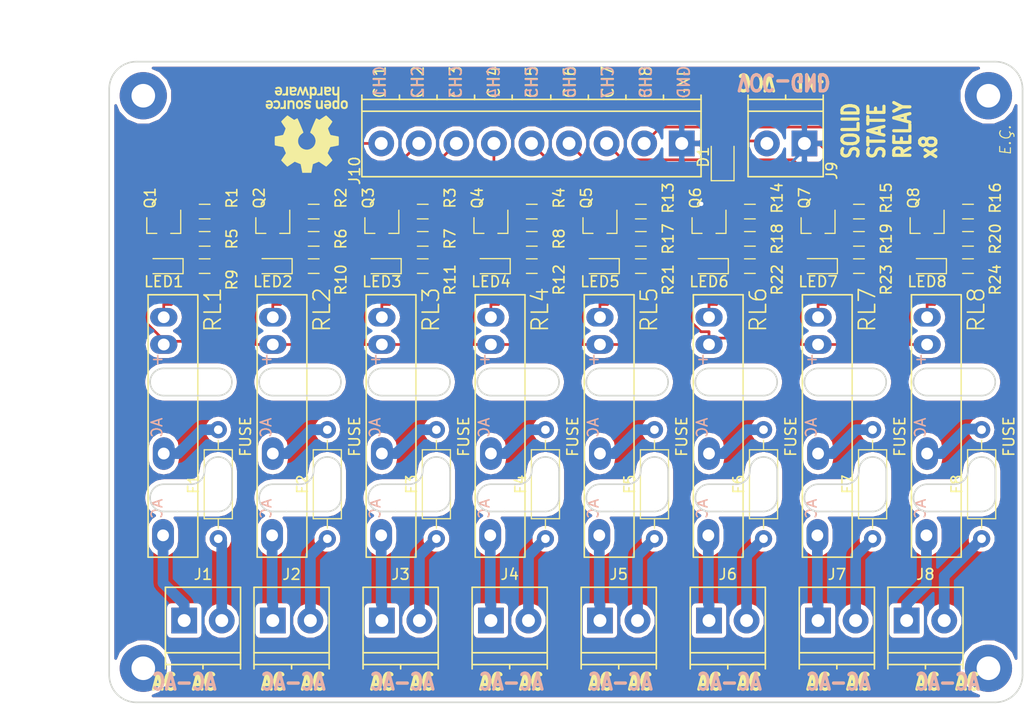
<source format=kicad_pcb>
(kicad_pcb (version 4) (host pcbnew 4.0.7)
  (layers (0 F.Cu signal) (31 B.Cu signal) (34 B.Paste user) (35 F.Paste user) (36 B.SilkS user) (37 F.SilkS user) (38 B.Mask user) (39 F.Mask user) (44 Edge.Cuts user))
  (net 0 "")
  (net 1 +5V)
  (net 2 GND)
  (net 3 "Net-(J2-Pad1)")
  (net 4 "Net-(0603/R1-Pad1)")
  (net 5 /CH1)
  (net 6 "Net-(0603/R2-Pad1)")
  (net 7 /CH2)
  (net 8 "Net-(0603/R3-Pad1)")
  (net 9 /CH3)
  (net 10 "Net-(0603/R4-Pad1)")
  (net 11 /CH4)
  (net 12 "Net-(0603/R9-Pad1)")
  (net 13 "Net-(0603/R9-Pad2)")
  (net 14 "Net-(0603/R10-Pad1)")
  (net 15 "Net-(0603/R10-Pad2)")
  (net 16 "Net-(0603/R11-Pad1)")
  (net 17 "Net-(0603/R11-Pad2)")
  (net 18 "Net-(0603/R12-Pad1)")
  (net 19 "Net-(0603/R12-Pad2)")
  (net 20 "Net-(0603/R13-Pad1)")
  (net 21 /CH5)
  (net 22 "Net-(0603/R14-Pad1)")
  (net 23 /CH6)
  (net 24 "Net-(0603/R15-Pad1)")
  (net 25 /CH7)
  (net 26 "Net-(0603/R16-Pad1)")
  (net 27 /CH8)
  (net 28 "Net-(0603/R21-Pad1)")
  (net 29 "Net-(0603/R21-Pad2)")
  (net 30 "Net-(0603/R22-Pad1)")
  (net 31 "Net-(0603/R22-Pad2)")
  (net 32 "Net-(0603/R23-Pad1)")
  (net 33 "Net-(0603/R23-Pad2)")
  (net 34 "Net-(0603/R24-Pad1)")
  (net 35 "Net-(0603/R24-Pad2)")
  (net 36 /VCC)
  (net 37 "Net-(F1-Pad1)")
  (net 38 "Net-(F1-Pad2)")
  (net 39 "Net-(F2-Pad1)")
  (net 40 "Net-(F2-Pad2)")
  (net 41 "Net-(F3-Pad1)")
  (net 42 "Net-(F3-Pad2)")
  (net 43 "Net-(F4-Pad1)")
  (net 44 "Net-(F4-Pad2)")
  (net 45 "Net-(F5-Pad1)")
  (net 46 "Net-(F5-Pad2)")
  (net 47 "Net-(F6-Pad1)")
  (net 48 "Net-(F6-Pad2)")
  (net 49 "Net-(F7-Pad1)")
  (net 50 "Net-(F7-Pad2)")
  (net 51 "Net-(F8-Pad1)")
  (net 52 "Net-(F8-Pad2)")
  (net 53 "Net-(J1-Pad1)")
  (net 54 "Net-(J3-Pad1)")
  (net 55 "Net-(J4-Pad1)")
  (net 56 "Net-(J5-Pad1)")
  (net 57 "Net-(J6-Pad1)")
  (net 58 "Net-(J7-Pad1)")
  (net 59 "Net-(J8-Pad1)")
  (module Resistors_THT:R_Axial_DIN0207_L6.3mm_D2.5mm_P10.16mm_Horizontal (layer F.Cu) (at 122.8725 115.2525 90)
    (fp_text reference F1 (at 5.08 -2.31 90) (layer F.SilkS))
    (fp_text value Fuse)
    (pad 1 thru_hole circle (at 0 0 90) (size 1.6 1.6) (drill 0.8) (layers *.Cu *.Mask) (net 37 "Net-(F1-Pad1)"))
    (pad 2 thru_hole oval (at 10.16 0 90) (size 1.6 1.6) (drill 0.8) (layers *.Cu *.Mask) (net 38 "Net-(F1-Pad2)"))
  )
  (module Resistors_SMD:R_0603 (layer F.Cu) (at 121.6025 84.7725 180)
    (fp_text reference R1 (at -2.54 1.27 270) (layer F.SilkS))
    (fp_text value 3K3)
    (pad 1 smd rect (at -0.75 0 180) (size 0.5 0.9) (layers F.Cu F.Paste F.Mask) (net 4 "Net-(0603/R1-Pad1)"))
    (pad 2 smd rect (at 0.75 0 180) (size 0.5 0.9) (layers F.Cu F.Paste F.Mask) (net 5 /CH1))
  )
  (module Resistors_SMD:R_0603 (layer F.Cu) (at 131.7625 84.7725 180)
    (fp_text reference R2 (at -2.54 1.27 270) (layer F.SilkS))
    (fp_text value 3K3)
    (pad 1 smd rect (at -0.75 0 180) (size 0.5 0.9) (layers F.Cu F.Paste F.Mask) (net 6 "Net-(0603/R2-Pad1)"))
    (pad 2 smd rect (at 0.75 0 180) (size 0.5 0.9) (layers F.Cu F.Paste F.Mask) (net 7 /CH2))
  )
  (module Resistors_SMD:R_0603 (layer F.Cu) (at 141.9225 84.7725 180)
    (fp_text reference R3 (at -2.54 1.27 270) (layer F.SilkS))
    (fp_text value 3K3)
    (pad 1 smd rect (at -0.75 0 180) (size 0.5 0.9) (layers F.Cu F.Paste F.Mask) (net 8 "Net-(0603/R3-Pad1)"))
    (pad 2 smd rect (at 0.75 0 180) (size 0.5 0.9) (layers F.Cu F.Paste F.Mask) (net 9 /CH3))
  )
  (module Resistors_SMD:R_0603 (layer F.Cu) (at 152.0825 84.7725 180)
    (fp_text reference R4 (at -2.54 1.27 270) (layer F.SilkS))
    (fp_text value 3K3)
    (pad 1 smd rect (at -0.75 0 180) (size 0.5 0.9) (layers F.Cu F.Paste F.Mask) (net 10 "Net-(0603/R4-Pad1)"))
    (pad 2 smd rect (at 0.75 0 180) (size 0.5 0.9) (layers F.Cu F.Paste F.Mask) (net 11 /CH4))
  )
  (module Resistors_SMD:R_0603 (layer F.Cu) (at 121.6025 87.3125 180)
    (fp_text reference R5 (at -2.54 0 270) (layer F.SilkS))
    (fp_text value 10K)
    (pad 1 smd rect (at -0.75 0 180) (size 0.5 0.9) (layers F.Cu F.Paste F.Mask) (net 4 "Net-(0603/R1-Pad1)"))
    (pad 2 smd rect (at 0.75 0 180) (size 0.5 0.9) (layers F.Cu F.Paste F.Mask) (net 2 GND))
  )
  (module Resistors_SMD:R_0603 (layer F.Cu) (at 131.7625 87.3125 180)
    (fp_text reference R6 (at -2.54 0 270) (layer F.SilkS))
    (fp_text value 10K)
    (pad 1 smd rect (at -0.75 0 180) (size 0.5 0.9) (layers F.Cu F.Paste F.Mask) (net 6 "Net-(0603/R2-Pad1)"))
    (pad 2 smd rect (at 0.75 0 180) (size 0.5 0.9) (layers F.Cu F.Paste F.Mask) (net 2 GND))
  )
  (module Resistors_SMD:R_0603 (layer F.Cu) (at 141.9225 87.3125 180)
    (fp_text reference R7 (at -2.54 0 270) (layer F.SilkS))
    (fp_text value 10K)
    (pad 1 smd rect (at -0.75 0 180) (size 0.5 0.9) (layers F.Cu F.Paste F.Mask) (net 8 "Net-(0603/R3-Pad1)"))
    (pad 2 smd rect (at 0.75 0 180) (size 0.5 0.9) (layers F.Cu F.Paste F.Mask) (net 2 GND))
  )
  (module Resistors_SMD:R_0603 (layer F.Cu) (at 152.0825 87.3125 180)
    (fp_text reference R8 (at -2.54 0 270) (layer F.SilkS))
    (fp_text value 10K)
    (pad 1 smd rect (at -0.75 0 180) (size 0.5 0.9) (layers F.Cu F.Paste F.Mask) (net 10 "Net-(0603/R4-Pad1)"))
    (pad 2 smd rect (at 0.75 0 180) (size 0.5 0.9) (layers F.Cu F.Paste F.Mask) (net 2 GND))
  )
  (module Resistors_SMD:R_0603 (layer F.Cu) (at 121.6025 89.8525)
    (fp_text reference R9 (at 2.54 1.27 90) (layer F.SilkS))
    (fp_text value 1K)
    (pad 1 smd rect (at -0.75 0) (size 0.5 0.9) (layers F.Cu F.Paste F.Mask) (net 12 "Net-(0603/R9-Pad1)"))
    (pad 2 smd rect (at 0.75 0) (size 0.5 0.9) (layers F.Cu F.Paste F.Mask) (net 13 "Net-(0603/R9-Pad2)"))
  )
  (module Resistors_SMD:R_0603 (layer F.Cu) (at 131.7625 89.8525)
    (fp_text reference R10 (at 2.54 1.27 90) (layer F.SilkS))
    (fp_text value 1K)
    (pad 1 smd rect (at -0.75 0) (size 0.5 0.9) (layers F.Cu F.Paste F.Mask) (net 14 "Net-(0603/R10-Pad1)"))
    (pad 2 smd rect (at 0.75 0) (size 0.5 0.9) (layers F.Cu F.Paste F.Mask) (net 15 "Net-(0603/R10-Pad2)"))
  )
  (module Resistors_SMD:R_0603 (layer F.Cu) (at 141.9225 89.8525)
    (fp_text reference R11 (at 2.54 1.27 90) (layer F.SilkS))
    (fp_text value 1K)
    (pad 1 smd rect (at -0.75 0) (size 0.5 0.9) (layers F.Cu F.Paste F.Mask) (net 16 "Net-(0603/R11-Pad1)"))
    (pad 2 smd rect (at 0.75 0) (size 0.5 0.9) (layers F.Cu F.Paste F.Mask) (net 17 "Net-(0603/R11-Pad2)"))
  )
  (module Resistors_SMD:R_0603 (layer F.Cu) (at 152.0825 89.8525)
    (fp_text reference R12 (at 2.54 1.27 90) (layer F.SilkS))
    (fp_text value 1K)
    (pad 1 smd rect (at -0.75 0) (size 0.5 0.9) (layers F.Cu F.Paste F.Mask) (net 18 "Net-(0603/R12-Pad1)"))
    (pad 2 smd rect (at 0.75 0) (size 0.5 0.9) (layers F.Cu F.Paste F.Mask) (net 19 "Net-(0603/R12-Pad2)"))
  )
  (module Resistors_SMD:R_0603 (layer F.Cu) (at 162.2425 84.7725 180)
    (fp_text reference R13 (at -2.54 1.27 270) (layer F.SilkS))
    (fp_text value 3K3)
    (pad 1 smd rect (at -0.75 0 180) (size 0.5 0.9) (layers F.Cu F.Paste F.Mask) (net 20 "Net-(0603/R13-Pad1)"))
    (pad 2 smd rect (at 0.75 0 180) (size 0.5 0.9) (layers F.Cu F.Paste F.Mask) (net 21 /CH5))
  )
  (module Resistors_SMD:R_0603 (layer F.Cu) (at 172.4025 84.7725 180)
    (fp_text reference R14 (at -2.54 1.27 270) (layer F.SilkS))
    (fp_text value 3K3)
    (pad 1 smd rect (at -0.75 0 180) (size 0.5 0.9) (layers F.Cu F.Paste F.Mask) (net 22 "Net-(0603/R14-Pad1)"))
    (pad 2 smd rect (at 0.75 0 180) (size 0.5 0.9) (layers F.Cu F.Paste F.Mask) (net 23 /CH6))
  )
  (module Resistors_SMD:R_0603 (layer F.Cu) (at 182.5625 84.7725 180)
    (fp_text reference R15 (at -2.54 1.27 270) (layer F.SilkS))
    (fp_text value 3K3)
    (pad 1 smd rect (at -0.75 0 180) (size 0.5 0.9) (layers F.Cu F.Paste F.Mask) (net 24 "Net-(0603/R15-Pad1)"))
    (pad 2 smd rect (at 0.75 0 180) (size 0.5 0.9) (layers F.Cu F.Paste F.Mask) (net 25 /CH7))
  )
  (module Resistors_SMD:R_0603 (layer F.Cu) (at 192.7225 84.7725 180)
    (fp_text reference R16 (at -2.54 1.27 270) (layer F.SilkS))
    (fp_text value 3K3)
    (pad 1 smd rect (at -0.75 0 180) (size 0.5 0.9) (layers F.Cu F.Paste F.Mask) (net 26 "Net-(0603/R16-Pad1)"))
    (pad 2 smd rect (at 0.75 0 180) (size 0.5 0.9) (layers F.Cu F.Paste F.Mask) (net 27 /CH8))
  )
  (module Resistors_SMD:R_0603 (layer F.Cu) (at 162.2425 87.3125 180)
    (fp_text reference R17 (at -2.54 0 270) (layer F.SilkS))
    (fp_text value 10K)
    (pad 1 smd rect (at -0.75 0 180) (size 0.5 0.9) (layers F.Cu F.Paste F.Mask) (net 20 "Net-(0603/R13-Pad1)"))
    (pad 2 smd rect (at 0.75 0 180) (size 0.5 0.9) (layers F.Cu F.Paste F.Mask) (net 2 GND))
  )
  (module Resistors_SMD:R_0603 (layer F.Cu) (at 172.4025 87.3125 180)
    (fp_text reference R18 (at -2.54 0 270) (layer F.SilkS))
    (fp_text value 10K)
    (pad 1 smd rect (at -0.75 0 180) (size 0.5 0.9) (layers F.Cu F.Paste F.Mask) (net 22 "Net-(0603/R14-Pad1)"))
    (pad 2 smd rect (at 0.75 0 180) (size 0.5 0.9) (layers F.Cu F.Paste F.Mask) (net 2 GND))
  )
  (module Resistors_SMD:R_0603 (layer F.Cu) (at 182.5625 87.3125 180)
    (fp_text reference R19 (at -2.54 0 270) (layer F.SilkS))
    (fp_text value 10K)
    (pad 1 smd rect (at -0.75 0 180) (size 0.5 0.9) (layers F.Cu F.Paste F.Mask) (net 24 "Net-(0603/R15-Pad1)"))
    (pad 2 smd rect (at 0.75 0 180) (size 0.5 0.9) (layers F.Cu F.Paste F.Mask) (net 2 GND))
  )
  (module Resistors_SMD:R_0603 (layer F.Cu) (at 192.7225 87.3125 180)
    (fp_text reference R20 (at -2.54 0 270) (layer F.SilkS))
    (fp_text value 10K)
    (pad 1 smd rect (at -0.75 0 180) (size 0.5 0.9) (layers F.Cu F.Paste F.Mask) (net 26 "Net-(0603/R16-Pad1)"))
    (pad 2 smd rect (at 0.75 0 180) (size 0.5 0.9) (layers F.Cu F.Paste F.Mask) (net 2 GND))
  )
  (module Resistors_SMD:R_0603 (layer F.Cu) (at 162.2425 89.8525)
    (fp_text reference R21 (at 2.54 1.27 90) (layer F.SilkS))
    (fp_text value 1K)
    (pad 1 smd rect (at -0.75 0) (size 0.5 0.9) (layers F.Cu F.Paste F.Mask) (net 28 "Net-(0603/R21-Pad1)"))
    (pad 2 smd rect (at 0.75 0) (size 0.5 0.9) (layers F.Cu F.Paste F.Mask) (net 29 "Net-(0603/R21-Pad2)"))
  )
  (module Resistors_SMD:R_0603 (layer F.Cu) (at 172.4025 89.8525)
    (fp_text reference R22 (at 2.54 1.27 90) (layer F.SilkS))
    (fp_text value 1K)
    (pad 1 smd rect (at -0.75 0) (size 0.5 0.9) (layers F.Cu F.Paste F.Mask) (net 30 "Net-(0603/R22-Pad1)"))
    (pad 2 smd rect (at 0.75 0) (size 0.5 0.9) (layers F.Cu F.Paste F.Mask) (net 31 "Net-(0603/R22-Pad2)"))
  )
  (module Resistors_SMD:R_0603 (layer F.Cu) (at 182.5625 89.8525)
    (fp_text reference R23 (at 2.54 1.27 90) (layer F.SilkS))
    (fp_text value 1K)
    (pad 1 smd rect (at -0.75 0) (size 0.5 0.9) (layers F.Cu F.Paste F.Mask) (net 32 "Net-(0603/R23-Pad1)"))
    (pad 2 smd rect (at 0.75 0) (size 0.5 0.9) (layers F.Cu F.Paste F.Mask) (net 33 "Net-(0603/R23-Pad2)"))
  )
  (module Resistors_SMD:R_0603 (layer F.Cu) (at 192.7225 89.8525)
    (fp_text reference R24 (at 2.54 1.27 90) (layer F.SilkS))
    (fp_text value 1K)
    (pad 1 smd rect (at -0.75 0) (size 0.5 0.9) (layers F.Cu F.Paste F.Mask) (net 34 "Net-(0603/R24-Pad1)"))
    (pad 2 smd rect (at 0.75 0) (size 0.5 0.9) (layers F.Cu F.Paste F.Mask) (net 35 "Net-(0603/R24-Pad2)"))
  )
  (module Diodes_SMD:D_1206 (layer F.Cu) (at 169.8625 79.6925 90)
    (fp_text reference D1 (at 0 -1.8 90) (layer F.SilkS))
    (fp_text value SM4001)
    (pad 1 smd rect (at -1.5 0 90) (size 1 1.6) (layers F.Cu F.Paste F.Mask) (net 1 +5V))
    (pad 2 smd rect (at 1.5 0 90) (size 1 1.6) (layers F.Cu F.Paste F.Mask) (net 36 /VCC))
  )
  (module Resistors_THT:R_Axial_DIN0207_L6.3mm_D2.5mm_P10.16mm_Horizontal (layer F.Cu) (at 133.0325 115.2525 90)
    (fp_text reference F2 (at 5.08 -2.31 90) (layer F.SilkS))
    (fp_text value Fuse)
    (pad 1 thru_hole circle (at 0 0 90) (size 1.6 1.6) (drill 0.8) (layers *.Cu *.Mask) (net 39 "Net-(F2-Pad1)"))
    (pad 2 thru_hole oval (at 10.16 0 90) (size 1.6 1.6) (drill 0.8) (layers *.Cu *.Mask) (net 40 "Net-(F2-Pad2)"))
  )
  (module Resistors_THT:R_Axial_DIN0207_L6.3mm_D2.5mm_P10.16mm_Horizontal (layer F.Cu) (at 143.1925 115.2525 90)
    (fp_text reference F3 (at 5.08 -2.31 90) (layer F.SilkS))
    (fp_text value Fuse)
    (pad 1 thru_hole circle (at 0 0 90) (size 1.6 1.6) (drill 0.8) (layers *.Cu *.Mask) (net 41 "Net-(F3-Pad1)"))
    (pad 2 thru_hole oval (at 10.16 0 90) (size 1.6 1.6) (drill 0.8) (layers *.Cu *.Mask) (net 42 "Net-(F3-Pad2)"))
  )
  (module Resistors_THT:R_Axial_DIN0207_L6.3mm_D2.5mm_P10.16mm_Horizontal (layer F.Cu) (at 153.3525 115.2525 90)
    (fp_text reference F4 (at 5.08 -2.31 90) (layer F.SilkS))
    (fp_text value Fuse)
    (pad 1 thru_hole circle (at 0 0 90) (size 1.6 1.6) (drill 0.8) (layers *.Cu *.Mask) (net 43 "Net-(F4-Pad1)"))
    (pad 2 thru_hole oval (at 10.16 0 90) (size 1.6 1.6) (drill 0.8) (layers *.Cu *.Mask) (net 44 "Net-(F4-Pad2)"))
  )
  (module Resistors_THT:R_Axial_DIN0207_L6.3mm_D2.5mm_P10.16mm_Horizontal (layer F.Cu) (at 163.5125 115.2525 90)
    (fp_text reference F5 (at 5.08 -2.31 90) (layer F.SilkS))
    (fp_text value Fuse)
    (pad 1 thru_hole circle (at 0 0 90) (size 1.6 1.6) (drill 0.8) (layers *.Cu *.Mask) (net 45 "Net-(F5-Pad1)"))
    (pad 2 thru_hole oval (at 10.16 0 90) (size 1.6 1.6) (drill 0.8) (layers *.Cu *.Mask) (net 46 "Net-(F5-Pad2)"))
  )
  (module Resistors_THT:R_Axial_DIN0207_L6.3mm_D2.5mm_P10.16mm_Horizontal (layer F.Cu) (at 173.6725 115.2525 90)
    (fp_text reference F6 (at 5.08 -2.31 90) (layer F.SilkS))
    (fp_text value Fuse)
    (pad 1 thru_hole circle (at 0 0 90) (size 1.6 1.6) (drill 0.8) (layers *.Cu *.Mask) (net 47 "Net-(F6-Pad1)"))
    (pad 2 thru_hole oval (at 10.16 0 90) (size 1.6 1.6) (drill 0.8) (layers *.Cu *.Mask) (net 48 "Net-(F6-Pad2)"))
  )
  (module Resistors_THT:R_Axial_DIN0207_L6.3mm_D2.5mm_P10.16mm_Horizontal (layer F.Cu) (at 183.8325 115.2525 90)
    (fp_text reference F7 (at 5.08 -2.31 90) (layer F.SilkS))
    (fp_text value Fuse)
    (pad 1 thru_hole circle (at 0 0 90) (size 1.6 1.6) (drill 0.8) (layers *.Cu *.Mask) (net 49 "Net-(F7-Pad1)"))
    (pad 2 thru_hole oval (at 10.16 0 90) (size 1.6 1.6) (drill 0.8) (layers *.Cu *.Mask) (net 50 "Net-(F7-Pad2)"))
  )
  (module Resistors_THT:R_Axial_DIN0207_L6.3mm_D2.5mm_P10.16mm_Horizontal (layer F.Cu) (at 193.9925 115.2525 90)
    (fp_text reference F8 (at 5.08 -2.31 90) (layer F.SilkS))
    (fp_text value Fuse)
    (pad 1 thru_hole circle (at 0 0 90) (size 1.6 1.6) (drill 0.8) (layers *.Cu *.Mask) (net 51 "Net-(F8-Pad1)"))
    (pad 2 thru_hole oval (at 10.16 0 90) (size 1.6 1.6) (drill 0.8) (layers *.Cu *.Mask) (net 52 "Net-(F8-Pad2)"))
  )
  (module Connectors_Terminal_Blocks:TerminalBlock_Pheonix_PT-3.5mm_2pol (layer F.Cu) (at 119.6975 122.8725)
    (fp_text reference J1 (at 1.75 -4.3) (layer F.SilkS))
    (fp_text value Screw_Terminal_01x02 hide)
    (pad 2 thru_hole circle (at 3.5 0) (size 2.4 2.4) (drill 1.2) (layers *.Cu *.Mask) (net 37 "Net-(F1-Pad1)"))
    (pad 1 thru_hole rect (at 0 0) (size 2.4 2.4) (drill 1.2) (layers *.Cu *.Mask) (net 53 "Net-(J1-Pad1)"))
  )
  (module Connectors_Terminal_Blocks:TerminalBlock_Pheonix_PT-3.5mm_2pol (layer F.Cu) (at 127.9525 122.8725)
    (fp_text reference J2 (at 1.75 -4.3) (layer F.SilkS))
    (fp_text value Screw_Terminal_01x02 hide)
    (pad 2 thru_hole circle (at 3.5 0) (size 2.4 2.4) (drill 1.2) (layers *.Cu *.Mask) (net 39 "Net-(F2-Pad1)"))
    (pad 1 thru_hole rect (at 0 0) (size 2.4 2.4) (drill 1.2) (layers *.Cu *.Mask) (net 3 "Net-(J2-Pad1)"))
  )
  (module Connectors_Terminal_Blocks:TerminalBlock_Pheonix_PT-3.5mm_2pol (layer F.Cu) (at 138.1125 122.8725)
    (fp_text reference J3 (at 1.75 -4.3) (layer F.SilkS))
    (fp_text value Screw_Terminal_01x02 hide)
    (pad 2 thru_hole circle (at 3.5 0) (size 2.4 2.4) (drill 1.2) (layers *.Cu *.Mask) (net 41 "Net-(F3-Pad1)"))
    (pad 1 thru_hole rect (at 0 0) (size 2.4 2.4) (drill 1.2) (layers *.Cu *.Mask) (net 54 "Net-(J3-Pad1)"))
  )
  (module Connectors_Terminal_Blocks:TerminalBlock_Pheonix_PT-3.5mm_2pol (layer F.Cu) (at 148.2725 122.8725)
    (fp_text reference J4 (at 1.75 -4.3) (layer F.SilkS))
    (fp_text value Screw_Terminal_01x02 hide)
    (pad 2 thru_hole circle (at 3.5 0) (size 2.4 2.4) (drill 1.2) (layers *.Cu *.Mask) (net 43 "Net-(F4-Pad1)"))
    (pad 1 thru_hole rect (at 0 0) (size 2.4 2.4) (drill 1.2) (layers *.Cu *.Mask) (net 55 "Net-(J4-Pad1)"))
  )
  (module Connectors_Terminal_Blocks:TerminalBlock_Pheonix_PT-3.5mm_2pol (layer F.Cu) (at 158.4325 122.8725)
    (fp_text reference J5 (at 1.75 -4.3) (layer F.SilkS))
    (fp_text value Screw_Terminal_01x02 hide)
    (pad 2 thru_hole circle (at 3.5 0) (size 2.4 2.4) (drill 1.2) (layers *.Cu *.Mask) (net 45 "Net-(F5-Pad1)"))
    (pad 1 thru_hole rect (at 0 0) (size 2.4 2.4) (drill 1.2) (layers *.Cu *.Mask) (net 56 "Net-(J5-Pad1)"))
  )
  (module Connectors_Terminal_Blocks:TerminalBlock_Pheonix_PT-3.5mm_2pol (layer F.Cu) (at 168.5925 122.8725)
    (fp_text reference J6 (at 1.75 -4.3) (layer F.SilkS))
    (fp_text value Screw_Terminal_01x02 hide)
    (pad 2 thru_hole circle (at 3.5 0) (size 2.4 2.4) (drill 1.2) (layers *.Cu *.Mask) (net 47 "Net-(F6-Pad1)"))
    (pad 1 thru_hole rect (at 0 0) (size 2.4 2.4) (drill 1.2) (layers *.Cu *.Mask) (net 57 "Net-(J6-Pad1)"))
  )
  (module Connectors_Terminal_Blocks:TerminalBlock_Pheonix_PT-3.5mm_2pol (layer F.Cu) (at 178.7525 122.8725)
    (fp_text reference J7 (at 1.75 -4.3) (layer F.SilkS))
    (fp_text value Screw_Terminal_01x02 hide)
    (pad 2 thru_hole circle (at 3.5 0) (size 2.4 2.4) (drill 1.2) (layers *.Cu *.Mask) (net 49 "Net-(F7-Pad1)"))
    (pad 1 thru_hole rect (at 0 0) (size 2.4 2.4) (drill 1.2) (layers *.Cu *.Mask) (net 58 "Net-(J7-Pad1)"))
  )
  (module Connectors_Terminal_Blocks:TerminalBlock_Pheonix_PT-3.5mm_2pol (layer F.Cu) (at 187.0075 122.8725)
    (fp_text reference J8 (at 1.75 -4.3) (layer F.SilkS))
    (fp_text value Screw_Terminal_01x02 hide)
    (pad 2 thru_hole circle (at 3.5 0) (size 2.4 2.4) (drill 1.2) (layers *.Cu *.Mask) (net 51 "Net-(F8-Pad1)"))
    (pad 1 thru_hole rect (at 0 0) (size 2.4 2.4) (drill 1.2) (layers *.Cu *.Mask) (net 59 "Net-(J8-Pad1)"))
  )
  (module Connectors_Terminal_Blocks:TerminalBlock_Pheonix_PT-3.5mm_2pol (layer F.Cu) (at 177.4825 78.4225 180)
    (fp_text reference J9 (at -2.54 -2.54 270) (layer F.SilkS))
    (fp_text value Screw_Terminal_01x02 hide)
    (pad 2 thru_hole circle (at 3.5 0 180) (size 2.4 2.4) (drill 1.2) (layers *.Cu *.Mask) (net 36 /VCC))
    (pad 1 thru_hole rect (at 0 0 180) (size 2.4 2.4) (drill 1.2) (layers *.Cu *.Mask) (net 2 GND))
  )
  (module LEDs:LED_0805 (layer F.Cu) (at 117.7925 89.8525 180)
    (fp_text reference LED1 (at 0 -1.45 180) (layer F.SilkS))
    (fp_text value LED)
    (pad 2 smd rect (at 1.1 0) (size 1.2 1.2) (layers F.Cu F.Paste F.Mask) (net 1 +5V))
    (pad 1 smd rect (at -1.1 0) (size 1.2 1.2) (layers F.Cu F.Paste F.Mask) (net 12 "Net-(0603/R9-Pad1)"))
  )
  (module LEDs:LED_0805 (layer F.Cu) (at 127.9525 89.8525 180)
    (fp_text reference LED2 (at 0 -1.45 180) (layer F.SilkS))
    (fp_text value LED)
    (pad 2 smd rect (at 1.1 0) (size 1.2 1.2) (layers F.Cu F.Paste F.Mask) (net 1 +5V))
    (pad 1 smd rect (at -1.1 0) (size 1.2 1.2) (layers F.Cu F.Paste F.Mask) (net 14 "Net-(0603/R10-Pad1)"))
  )
  (module LEDs:LED_0805 (layer F.Cu) (at 138.1125 89.8525 180)
    (fp_text reference LED3 (at 0 -1.45 180) (layer F.SilkS))
    (fp_text value LED)
    (pad 2 smd rect (at 1.1 0) (size 1.2 1.2) (layers F.Cu F.Paste F.Mask) (net 1 +5V))
    (pad 1 smd rect (at -1.1 0) (size 1.2 1.2) (layers F.Cu F.Paste F.Mask) (net 16 "Net-(0603/R11-Pad1)"))
  )
  (module LEDs:LED_0805 (layer F.Cu) (at 148.2725 89.8525 180)
    (fp_text reference LED4 (at 0 -1.45 180) (layer F.SilkS))
    (fp_text value LED)
    (pad 2 smd rect (at 1.1 0) (size 1.2 1.2) (layers F.Cu F.Paste F.Mask) (net 1 +5V))
    (pad 1 smd rect (at -1.1 0) (size 1.2 1.2) (layers F.Cu F.Paste F.Mask) (net 18 "Net-(0603/R12-Pad1)"))
  )
  (module LEDs:LED_0805 (layer F.Cu) (at 158.4325 89.8525 180)
    (fp_text reference LED5 (at 0 -1.45 180) (layer F.SilkS))
    (fp_text value LED)
    (pad 2 smd rect (at 1.1 0) (size 1.2 1.2) (layers F.Cu F.Paste F.Mask) (net 1 +5V))
    (pad 1 smd rect (at -1.1 0) (size 1.2 1.2) (layers F.Cu F.Paste F.Mask) (net 28 "Net-(0603/R21-Pad1)"))
  )
  (module LEDs:LED_0805 (layer F.Cu) (at 168.5925 89.8525 180)
    (fp_text reference LED6 (at 0 -1.45 180) (layer F.SilkS))
    (fp_text value LED)
    (pad 2 smd rect (at 1.1 0) (size 1.2 1.2) (layers F.Cu F.Paste F.Mask) (net 1 +5V))
    (pad 1 smd rect (at -1.1 0) (size 1.2 1.2) (layers F.Cu F.Paste F.Mask) (net 30 "Net-(0603/R22-Pad1)"))
  )
  (module LEDs:LED_0805 (layer F.Cu) (at 178.7525 89.8525 180)
    (fp_text reference LED7 (at 0 -1.45 180) (layer F.SilkS))
    (fp_text value LED)
    (pad 2 smd rect (at 1.1 0) (size 1.2 1.2) (layers F.Cu F.Paste F.Mask) (net 1 +5V))
    (pad 1 smd rect (at -1.1 0) (size 1.2 1.2) (layers F.Cu F.Paste F.Mask) (net 32 "Net-(0603/R23-Pad1)"))
  )
  (module LEDs:LED_0805 (layer F.Cu) (at 188.9125 89.8525 180)
    (fp_text reference LED8 (at 0 -1.45 180) (layer F.SilkS))
    (fp_text value LED)
    (pad 2 smd rect (at 1.1 0) (size 1.2 1.2) (layers F.Cu F.Paste F.Mask) (net 1 +5V))
    (pad 1 smd rect (at -1.1 0) (size 1.2 1.2) (layers F.Cu F.Paste F.Mask) (net 34 "Net-(0603/R24-Pad1)"))
  )
  (module TO_SOT_Packages_SMD:SOT-23 (layer F.Cu) (at 117.7925 86.0425 270)
    (fp_text reference Q1 (at -2.54 1.27 450) (layer F.SilkS))
    (fp_text value MMBT3904/SOT23 hide)
    (pad 1 smd rect (at -1 -0.95 270) (size 0.9 0.8) (layers F.Cu F.Paste F.Mask) (net 4 "Net-(0603/R1-Pad1)"))
    (pad 2 smd rect (at -1 0.95 270) (size 0.9 0.8) (layers F.Cu F.Paste F.Mask) (net 2 GND))
    (pad 3 smd rect (at 1 0 270) (size 0.9 0.8) (layers F.Cu F.Paste F.Mask) (net 13 "Net-(0603/R9-Pad2)"))
  )
  (module TO_SOT_Packages_SMD:SOT-23 (layer F.Cu) (at 127.9525 86.0425 270)
    (fp_text reference Q2 (at -2.54 1.27 270) (layer F.SilkS))
    (fp_text value MMBT3904/SOT23 hide)
    (pad 1 smd rect (at -1 -0.95 270) (size 0.9 0.8) (layers F.Cu F.Paste F.Mask) (net 6 "Net-(0603/R2-Pad1)"))
    (pad 2 smd rect (at -1 0.95 270) (size 0.9 0.8) (layers F.Cu F.Paste F.Mask) (net 2 GND))
    (pad 3 smd rect (at 1 0 270) (size 0.9 0.8) (layers F.Cu F.Paste F.Mask) (net 15 "Net-(0603/R10-Pad2)"))
  )
  (module TO_SOT_Packages_SMD:SOT-23 (layer F.Cu) (at 138.1125 86.0425 270)
    (fp_text reference Q3 (at -2.54 1.27 270) (layer F.SilkS))
    (fp_text value MMBT3904/SOT23 hide)
    (pad 1 smd rect (at -1 -0.95 270) (size 0.9 0.8) (layers F.Cu F.Paste F.Mask) (net 8 "Net-(0603/R3-Pad1)"))
    (pad 2 smd rect (at -1 0.95 270) (size 0.9 0.8) (layers F.Cu F.Paste F.Mask) (net 2 GND))
    (pad 3 smd rect (at 1 0 270) (size 0.9 0.8) (layers F.Cu F.Paste F.Mask) (net 17 "Net-(0603/R11-Pad2)"))
  )
  (module TO_SOT_Packages_SMD:SOT-23 (layer F.Cu) (at 148.2725 86.0425 270)
    (fp_text reference Q4 (at -2.54 1.27 270) (layer F.SilkS))
    (fp_text value MMBT3904/SOT23 hide)
    (pad 1 smd rect (at -1 -0.95 270) (size 0.9 0.8) (layers F.Cu F.Paste F.Mask) (net 10 "Net-(0603/R4-Pad1)"))
    (pad 2 smd rect (at -1 0.95 270) (size 0.9 0.8) (layers F.Cu F.Paste F.Mask) (net 2 GND))
    (pad 3 smd rect (at 1 0 270) (size 0.9 0.8) (layers F.Cu F.Paste F.Mask) (net 19 "Net-(0603/R12-Pad2)"))
  )
  (module TO_SOT_Packages_SMD:SOT-23 (layer F.Cu) (at 158.4325 86.0425 270)
    (fp_text reference Q5 (at -2.54 1.27 270) (layer F.SilkS))
    (fp_text value MMBT3904/SOT23 hide)
    (pad 1 smd rect (at -1 -0.95 270) (size 0.9 0.8) (layers F.Cu F.Paste F.Mask) (net 20 "Net-(0603/R13-Pad1)"))
    (pad 2 smd rect (at -1 0.95 270) (size 0.9 0.8) (layers F.Cu F.Paste F.Mask) (net 2 GND))
    (pad 3 smd rect (at 1 0 270) (size 0.9 0.8) (layers F.Cu F.Paste F.Mask) (net 29 "Net-(0603/R21-Pad2)"))
  )
  (module TO_SOT_Packages_SMD:SOT-23 (layer F.Cu) (at 168.5925 86.0425 270)
    (fp_text reference Q6 (at -2.54 1.27 270) (layer F.SilkS))
    (fp_text value MMBT3904/SOT23 hide)
    (pad 1 smd rect (at -1 -0.95 270) (size 0.9 0.8) (layers F.Cu F.Paste F.Mask) (net 22 "Net-(0603/R14-Pad1)"))
    (pad 2 smd rect (at -1 0.95 270) (size 0.9 0.8) (layers F.Cu F.Paste F.Mask) (net 2 GND))
    (pad 3 smd rect (at 1 0 270) (size 0.9 0.8) (layers F.Cu F.Paste F.Mask) (net 31 "Net-(0603/R22-Pad2)"))
  )
  (module TO_SOT_Packages_SMD:SOT-23 (layer F.Cu) (at 178.7525 86.0425 270)
    (fp_text reference Q7 (at -2.54 1.27 270) (layer F.SilkS))
    (fp_text value MMBT3904/SOT23 hide)
    (pad 1 smd rect (at -1 -0.95 270) (size 0.9 0.8) (layers F.Cu F.Paste F.Mask) (net 24 "Net-(0603/R15-Pad1)"))
    (pad 2 smd rect (at -1 0.95 270) (size 0.9 0.8) (layers F.Cu F.Paste F.Mask) (net 2 GND))
    (pad 3 smd rect (at 1 0 270) (size 0.9 0.8) (layers F.Cu F.Paste F.Mask) (net 33 "Net-(0603/R23-Pad2)"))
  )
  (module TO_SOT_Packages_SMD:SOT-23 (layer F.Cu) (at 188.9125 86.0425 270)
    (fp_text reference Q8 (at -2.54 1.27 270) (layer F.SilkS))
    (fp_text value MMBT3904/SOT23 hide)
    (pad 1 smd rect (at -1 -0.95 270) (size 0.9 0.8) (layers F.Cu F.Paste F.Mask) (net 26 "Net-(0603/R16-Pad1)"))
    (pad 2 smd rect (at -1 0.95 270) (size 0.9 0.8) (layers F.Cu F.Paste F.Mask) (net 2 GND))
    (pad 3 smd rect (at 1 0 270) (size 0.9 0.8) (layers F.Cu F.Paste F.Mask) (net 35 "Net-(0603/R24-Pad2)"))
  )
  (module Connectors_Terminal_Blocks:TerminalBlock_Pheonix_PT-3.5mm_9pol (layer F.Cu) (at 166.0525 78.4225 180)
    (fp_text reference J10 (at 30.48 -2.54 270) (layer F.SilkS))
    (fp_text value Screw_Terminal_01x09 hide)
    (pad 2 thru_hole circle (at 3.5 0 180) (size 2.4 2.4) (drill 1.2) (layers *.Cu *.Mask) (net 27 /CH8))
    (pad 1 thru_hole rect (at 0 0 180) (size 2.4 2.4) (drill 1.2) (layers *.Cu *.Mask) (net 2 GND))
    (pad 3 thru_hole circle (at 7 0 180) (size 2.4 2.4) (drill 1.2) (layers *.Cu *.Mask) (net 25 /CH7))
    (pad 4 thru_hole circle (at 10.5 0 180) (size 2.4 2.4) (drill 1.2) (layers *.Cu *.Mask) (net 23 /CH6))
    (pad 5 thru_hole circle (at 14 0 180) (size 2.4 2.4) (drill 1.2) (layers *.Cu *.Mask) (net 21 /CH5))
    (pad 6 thru_hole circle (at 17.5 0 180) (size 2.4 2.4) (drill 1.2) (layers *.Cu *.Mask) (net 11 /CH4))
    (pad 7 thru_hole circle (at 21 0 180) (size 2.4 2.4) (drill 1.2) (layers *.Cu *.Mask) (net 9 /CH3))
    (pad 8 thru_hole circle (at 24.5 0 180) (size 2.4 2.4) (drill 1.2) (layers *.Cu *.Mask) (net 7 /CH2))
    (pad 9 thru_hole circle (at 28 0 180) (size 2.4 2.4) (drill 1.2) (layers *.Cu *.Mask) (net 5 /CH1))
  )
  (module Relays_THT:G3MB-202P (layer F.Cu) (at 188.9125 105.0925 90)
    (fp_text reference RL8 (at 11.176 4.572 90) (layer F.SilkS))
    (fp_text value "SSR_G3MB-202P " hide)
    (fp_text user + (at 6.5405 -0.635 90) (layer B.SilkS) (effects (justify mirror)))
    (fp_text user AC (at 0.1905 -0.635 90) (layer B.SilkS) (effects (justify mirror)))
    (fp_text user AC (at -7.366 -0.635 90) (layer B.SilkS) (effects (justify mirror)))
    (pad 1 thru_hole oval (at -9.8425 -0.0635 90) (size 3.032 2.032) (drill 1.09982) (layers *.Cu *.Mask) (net 59 "Net-(J8-Pad1)"))
    (pad 2 thru_hole oval (at -2.2225 0 90) (size 3.032 2.032) (drill 1.09982) (layers *.Cu *.Mask) (net 52 "Net-(F8-Pad2)"))
    (pad 3 thru_hole oval (at 7.9375 0 90) (size 1.732 2.532) (drill 1.09982) (layers *.Cu *.Mask) (net 1 +5V))
    (pad 4 thru_hole oval (at 10.4775 0 90) (size 1.732 2.532) (drill 1.09982) (layers *.Cu *.Mask) (net 35 "Net-(0603/R24-Pad2)"))
  )
  (module Relays_THT:G3MB-202P (layer F.Cu) (at 178.7525 105.0925 90)
    (fp_text reference RL7 (at 11.176 4.572 90) (layer F.SilkS))
    (fp_text value "SSR_G3MB-202P " hide)
    (fp_text user + (at 6.5405 -0.635 90) (layer B.SilkS) (effects (justify mirror)))
    (fp_text user AC (at 0.1905 -0.635 90) (layer B.SilkS) (effects (justify mirror)))
    (fp_text user AC (at -7.366 -0.635 90) (layer B.SilkS) (effects (justify mirror)))
    (pad 1 thru_hole oval (at -9.8425 -0.0635 90) (size 3.032 2.032) (drill 1.09982) (layers *.Cu *.Mask) (net 58 "Net-(J7-Pad1)"))
    (pad 2 thru_hole oval (at -2.2225 0 90) (size 3.032 2.032) (drill 1.09982) (layers *.Cu *.Mask) (net 50 "Net-(F7-Pad2)"))
    (pad 3 thru_hole oval (at 7.9375 0 90) (size 1.732 2.532) (drill 1.09982) (layers *.Cu *.Mask) (net 1 +5V))
    (pad 4 thru_hole oval (at 10.4775 0 90) (size 1.732 2.532) (drill 1.09982) (layers *.Cu *.Mask) (net 33 "Net-(0603/R23-Pad2)"))
  )
  (module Relays_THT:G3MB-202P (layer F.Cu) (at 168.5925 105.0925 90)
    (fp_text reference RL6 (at 11.176 4.572 90) (layer F.SilkS))
    (fp_text value "SSR_G3MB-202P " hide)
    (fp_text user + (at 6.5405 -0.635 90) (layer B.SilkS) (effects (justify mirror)))
    (fp_text user AC (at 0.1905 -0.635 90) (layer B.SilkS) (effects (justify mirror)))
    (fp_text user AC (at -7.366 -0.635 90) (layer B.SilkS) (effects (justify mirror)))
    (pad 1 thru_hole oval (at -9.8425 -0.0635 90) (size 3.032 2.032) (drill 1.09982) (layers *.Cu *.Mask) (net 57 "Net-(J6-Pad1)"))
    (pad 2 thru_hole oval (at -2.2225 0 90) (size 3.032 2.032) (drill 1.09982) (layers *.Cu *.Mask) (net 48 "Net-(F6-Pad2)"))
    (pad 3 thru_hole oval (at 7.9375 0 90) (size 1.732 2.532) (drill 1.09982) (layers *.Cu *.Mask) (net 1 +5V))
    (pad 4 thru_hole oval (at 10.4775 0 90) (size 1.732 2.532) (drill 1.09982) (layers *.Cu *.Mask) (net 31 "Net-(0603/R22-Pad2)"))
  )
  (module Relays_THT:G3MB-202P (layer F.Cu) (at 158.4325 105.0925 90)
    (fp_text reference RL5 (at 11.176 4.572 90) (layer F.SilkS))
    (fp_text value "SSR_G3MB-202P " hide)
    (fp_text user + (at 6.5405 -0.635 90) (layer B.SilkS) (effects (justify mirror)))
    (fp_text user AC (at 0.1905 -0.635 90) (layer B.SilkS) (effects (justify mirror)))
    (fp_text user AC (at -7.366 -0.635 90) (layer B.SilkS) (effects (justify mirror)))
    (pad 1 thru_hole oval (at -9.8425 -0.0635 90) (size 3.032 2.032) (drill 1.09982) (layers *.Cu *.Mask) (net 56 "Net-(J5-Pad1)"))
    (pad 2 thru_hole oval (at -2.2225 0 90) (size 3.032 2.032) (drill 1.09982) (layers *.Cu *.Mask) (net 46 "Net-(F5-Pad2)"))
    (pad 3 thru_hole oval (at 7.9375 0 90) (size 1.732 2.532) (drill 1.09982) (layers *.Cu *.Mask) (net 1 +5V))
    (pad 4 thru_hole oval (at 10.4775 0 90) (size 1.732 2.532) (drill 1.09982) (layers *.Cu *.Mask) (net 29 "Net-(0603/R21-Pad2)"))
  )
  (module Relays_THT:G3MB-202P (layer F.Cu) (at 148.2725 105.0925 90)
    (fp_text reference RL4 (at 11.176 4.572 90) (layer F.SilkS))
    (fp_text value "SSR_G3MB-202P " hide)
    (fp_text user + (at 6.5405 -0.635 90) (layer B.SilkS) (effects (justify mirror)))
    (fp_text user AC (at 0.1905 -0.635 90) (layer B.SilkS) (effects (justify mirror)))
    (fp_text user AC (at -7.366 -0.635 90) (layer B.SilkS) (effects (justify mirror)))
    (pad 1 thru_hole oval (at -9.8425 -0.0635 90) (size 3.032 2.032) (drill 1.09982) (layers *.Cu *.Mask) (net 55 "Net-(J4-Pad1)"))
    (pad 2 thru_hole oval (at -2.2225 0 90) (size 3.032 2.032) (drill 1.09982) (layers *.Cu *.Mask) (net 44 "Net-(F4-Pad2)"))
    (pad 3 thru_hole oval (at 7.9375 0 90) (size 1.732 2.532) (drill 1.09982) (layers *.Cu *.Mask) (net 1 +5V))
    (pad 4 thru_hole oval (at 10.4775 0 90) (size 1.732 2.532) (drill 1.09982) (layers *.Cu *.Mask) (net 19 "Net-(0603/R12-Pad2)"))
  )
  (module Relays_THT:G3MB-202P (layer F.Cu) (at 138.1125 105.0925 90)
    (fp_text reference RL3 (at 11.176 4.572 90) (layer F.SilkS))
    (fp_text value "SSR_G3MB-202P " hide)
    (fp_text user + (at 6.5405 -0.635 90) (layer B.SilkS) (effects (justify mirror)))
    (fp_text user AC (at 0.1905 -0.635 90) (layer B.SilkS) (effects (justify mirror)))
    (fp_text user AC (at -7.366 -0.635 90) (layer B.SilkS) (effects (justify mirror)))
    (pad 1 thru_hole oval (at -9.8425 -0.0635 90) (size 3.032 2.032) (drill 1.09982) (layers *.Cu *.Mask) (net 54 "Net-(J3-Pad1)"))
    (pad 2 thru_hole oval (at -2.2225 0 90) (size 3.032 2.032) (drill 1.09982) (layers *.Cu *.Mask) (net 42 "Net-(F3-Pad2)"))
    (pad 3 thru_hole oval (at 7.9375 0 90) (size 1.732 2.532) (drill 1.09982) (layers *.Cu *.Mask) (net 1 +5V))
    (pad 4 thru_hole oval (at 10.4775 0 90) (size 1.732 2.532) (drill 1.09982) (layers *.Cu *.Mask) (net 17 "Net-(0603/R11-Pad2)"))
  )
  (module Relays_THT:G3MB-202P (layer F.Cu) (at 127.9525 105.0925 90)
    (fp_text reference RL2 (at 11.176 4.572 90) (layer F.SilkS))
    (fp_text value "SSR_G3MB-202P " hide)
    (fp_text user + (at 6.5405 -0.635 90) (layer B.SilkS) (effects (justify mirror)))
    (fp_text user AC (at 0.1905 -0.635 90) (layer B.SilkS) (effects (justify mirror)))
    (fp_text user AC (at -7.366 -0.635 90) (layer B.SilkS) (effects (justify mirror)))
    (pad 1 thru_hole oval (at -9.8425 -0.0635 90) (size 3.032 2.032) (drill 1.09982) (layers *.Cu *.Mask) (net 3 "Net-(J2-Pad1)"))
    (pad 2 thru_hole oval (at -2.2225 0 90) (size 3.032 2.032) (drill 1.09982) (layers *.Cu *.Mask) (net 40 "Net-(F2-Pad2)"))
    (pad 3 thru_hole oval (at 7.9375 0 90) (size 1.732 2.532) (drill 1.09982) (layers *.Cu *.Mask) (net 1 +5V))
    (pad 4 thru_hole oval (at 10.4775 0 90) (size 1.732 2.532) (drill 1.09982) (layers *.Cu *.Mask) (net 15 "Net-(0603/R10-Pad2)"))
  )
  (module Relays_THT:G3MB-202P (layer F.Cu) (at 117.7925 105.0925 90)
    (fp_text reference RL1 (at 11.176 4.572 90) (layer F.SilkS))
    (fp_text value "SSR_G3MB-202P " hide)
    (fp_text user + (at 6.5405 -0.635 90) (layer B.SilkS) (effects (justify mirror)))
    (fp_text user AC (at 0.1905 -0.635 90) (layer B.SilkS) (effects (justify mirror)))
    (fp_text user AC (at -7.366 -0.635 90) (layer B.SilkS) (effects (justify mirror)))
    (pad 1 thru_hole oval (at -9.8425 -0.0635 90) (size 3.032 2.032) (drill 1.09982) (layers *.Cu *.Mask) (net 53 "Net-(J1-Pad1)"))
    (pad 2 thru_hole oval (at -2.2225 0 90) (size 3.032 2.032) (drill 1.09982) (layers *.Cu *.Mask) (net 38 "Net-(F1-Pad2)"))
    (pad 3 thru_hole oval (at 7.9375 0 90) (size 1.732 2.532) (drill 1.09982) (layers *.Cu *.Mask) (net 1 +5V))
    (pad 4 thru_hole oval (at 10.4775 0 90) (size 1.732 2.532) (drill 1.09982) (layers *.Cu *.Mask) (net 13 "Net-(0603/R9-Pad2)"))
  )
  (module Symbols:OSHW-Logo_7.5x8mm_SilkScreen (layer F.Cu) (at 131.1275 77.1525 180)
    (fp_text reference REF*** hide)
    (fp_text value OSHW-Logo_7.5x8mm_SilkScreen hide)
  )
  (module Mounting_Holes:MountingHole_2.2mm_M2_Pad (layer F.Cu) (at 115.8875 73.9775 90)
    (fp_text reference REF1 hide)
    (fp_text value MountingHole_2.2mm_M2_Pad hide)
    (pad 1 thru_hole circle (at 0 0 90) (size 4.4 4.4) (drill 2.2) (layers *.Cu *.Mask))
  )
  (module Mounting_Holes:MountingHole_2.2mm_M2_Pad (layer F.Cu) (at 194.6275 73.9775 90)
    (fp_text reference REF2 hide)
    (fp_text value MountingHole_2.2mm_M2_Pad hide)
    (pad 1 thru_hole circle (at 0 0 90) (size 4.4 4.4) (drill 2.2) (layers *.Cu *.Mask))
  )
  (module Mounting_Holes:MountingHole_2.2mm_M2_Pad (layer F.Cu) (at 194.6275 127.3175 90)
    (fp_text reference REF3 hide)
    (fp_text value MountingHole_2.2mm_M2_Pad hide)
    (pad 1 thru_hole circle (at 0 0 90) (size 4.4 4.4) (drill 2.2) (layers *.Cu *.Mask))
  )
  (module Mounting_Holes:MountingHole_2.2mm_M2_Pad (layer F.Cu) (at 115.8875 127.3175 90)
    (fp_text reference REF4 hide)
    (fp_text value MountingHole_2.2mm_M2_Pad hide)
    (pad 1 thru_hole circle (at 0 0 90) (size 4.4 4.4) (drill 2.2) (layers *.Cu *.Mask))
  )
  (gr_text E.Ç. (at 196.215 78.105 90) (layer F.SilkS) (effects (font (size 1 1) (thickness 0.1) italic)))
  (gr_text "SOLID\nSTATE\nRELAY\nx8\n" (at 185.42 80.01 90) (layer F.SilkS) (effects (font (size 1.5 1.2) (thickness 0.3)) (justify left)))
  (gr_arc (start 183.8325 100.6475) (end 183.8325 99.3775) (angle 90) (layer Edge.Cuts) (width 0.15))
  (gr_arc (start 183.8325 100.6475) (end 185.1025 100.6475) (angle 90) (layer Edge.Cuts) (width 0.15))
  (gr_arc (start 178.7525 100.6475) (end 177.4825 100.6475) (angle 90) (layer Edge.Cuts) (width 0.15))
  (gr_arc (start 178.7525 100.6475) (end 178.7525 101.9175) (angle 90) (layer Edge.Cuts) (width 0.15))
  (gr_line (start 183.8325 101.9175) (end 178.7525 101.9175) (angle 90) (layer Edge.Cuts) (width 0.15))
  (gr_line (start 178.7525 99.3775) (end 183.8325 99.3775) (angle 90) (layer Edge.Cuts) (width 0.15))
  (gr_arc (start 173.6725 100.6475) (end 173.6725 99.3775) (angle 90) (layer Edge.Cuts) (width 0.15))
  (gr_arc (start 173.6725 100.6475) (end 174.9425 100.6475) (angle 90) (layer Edge.Cuts) (width 0.15))
  (gr_arc (start 168.5925 100.6475) (end 167.3225 100.6475) (angle 90) (layer Edge.Cuts) (width 0.15))
  (gr_arc (start 168.5925 100.6475) (end 168.5925 101.9175) (angle 90) (layer Edge.Cuts) (width 0.15))
  (gr_line (start 173.6725 101.9175) (end 168.5925 101.9175) (angle 90) (layer Edge.Cuts) (width 0.15))
  (gr_line (start 168.5925 99.3775) (end 173.6725 99.3775) (angle 90) (layer Edge.Cuts) (width 0.15))
  (gr_arc (start 163.5125 100.6475) (end 163.5125 99.3775) (angle 90) (layer Edge.Cuts) (width 0.15))
  (gr_arc (start 163.5125 100.6475) (end 164.7825 100.6475) (angle 90) (layer Edge.Cuts) (width 0.15))
  (gr_arc (start 158.4325 100.6475) (end 157.1625 100.6475) (angle 90) (layer Edge.Cuts) (width 0.15))
  (gr_arc (start 158.4325 100.6475) (end 158.4325 101.9175) (angle 90) (layer Edge.Cuts) (width 0.15))
  (gr_line (start 163.5125 101.9175) (end 158.4325 101.9175) (angle 90) (layer Edge.Cuts) (width 0.15))
  (gr_line (start 158.4325 99.3775) (end 163.5125 99.3775) (angle 90) (layer Edge.Cuts) (width 0.15))
  (gr_arc (start 153.3525 100.6475) (end 153.3525 99.3775) (angle 90) (layer Edge.Cuts) (width 0.15))
  (gr_arc (start 153.3525 100.6475) (end 154.6225 100.6475) (angle 90) (layer Edge.Cuts) (width 0.15))
  (gr_arc (start 148.2725 100.6475) (end 147.0025 100.6475) (angle 90) (layer Edge.Cuts) (width 0.15))
  (gr_arc (start 148.2725 100.6475) (end 148.2725 101.9175) (angle 90) (layer Edge.Cuts) (width 0.15))
  (gr_line (start 153.3525 101.9175) (end 148.2725 101.9175) (angle 90) (layer Edge.Cuts) (width 0.15))
  (gr_line (start 148.2725 99.3775) (end 153.3525 99.3775) (angle 90) (layer Edge.Cuts) (width 0.15))
  (gr_arc (start 143.1925 100.6475) (end 143.1925 99.3775) (angle 90) (layer Edge.Cuts) (width 0.15))
  (gr_arc (start 143.1925 100.6475) (end 144.4625 100.6475) (angle 90) (layer Edge.Cuts) (width 0.15))
  (gr_arc (start 138.1125 100.6475) (end 136.8425 100.6475) (angle 90) (layer Edge.Cuts) (width 0.15))
  (gr_arc (start 138.1125 100.6475) (end 138.1125 101.9175) (angle 90) (layer Edge.Cuts) (width 0.15))
  (gr_line (start 143.1925 101.9175) (end 138.1125 101.9175) (angle 90) (layer Edge.Cuts) (width 0.15))
  (gr_line (start 138.1125 99.3775) (end 143.1925 99.3775) (angle 90) (layer Edge.Cuts) (width 0.15))
  (gr_arc (start 133.0325 100.6475) (end 133.0325 99.3775) (angle 90) (layer Edge.Cuts) (width 0.15))
  (gr_arc (start 133.0325 100.6475) (end 134.3025 100.6475) (angle 90) (layer Edge.Cuts) (width 0.15))
  (gr_arc (start 127.9525 100.6475) (end 126.6825 100.6475) (angle 90) (layer Edge.Cuts) (width 0.15))
  (gr_arc (start 127.9525 100.6475) (end 127.9525 101.9175) (angle 90) (layer Edge.Cuts) (width 0.15))
  (gr_line (start 133.0325 101.9175) (end 127.9525 101.9175) (angle 90) (layer Edge.Cuts) (width 0.15))
  (gr_line (start 127.9525 99.3775) (end 133.0325 99.3775) (angle 90) (layer Edge.Cuts) (width 0.15))
  (gr_arc (start 122.8725 100.6475) (end 122.8725 99.3775) (angle 90) (layer Edge.Cuts) (width 0.15))
  (gr_arc (start 122.8725 100.6475) (end 124.1425 100.6475) (angle 90) (layer Edge.Cuts) (width 0.15))
  (gr_arc (start 117.7925 100.6475) (end 116.5225 100.6475) (angle 90) (layer Edge.Cuts) (width 0.15))
  (gr_arc (start 117.7925 100.6475) (end 117.7925 101.9175) (angle 90) (layer Edge.Cuts) (width 0.15))
  (gr_line (start 122.8725 101.9175) (end 117.7925 101.9175) (angle 90) (layer Edge.Cuts) (width 0.15))
  (gr_line (start 117.7925 99.3775) (end 122.8725 99.3775) (angle 90) (layer Edge.Cuts) (width 0.15))
  (gr_line (start 188.9125 99.3775) (end 193.9925 99.3775) (angle 90) (layer Edge.Cuts) (width 0.15))
  (gr_line (start 193.9925 101.9175) (end 188.9125 101.9175) (angle 90) (layer Edge.Cuts) (width 0.15))
  (gr_arc (start 188.9125 100.6475) (end 188.9125 101.9175) (angle 90) (layer Edge.Cuts) (width 0.15))
  (gr_arc (start 188.9125 100.6475) (end 187.6425 100.6475) (angle 90) (layer Edge.Cuts) (width 0.15))
  (gr_arc (start 193.9925 100.6475) (end 195.2625 100.6475) (angle 90) (layer Edge.Cuts) (width 0.15))
  (gr_arc (start 193.9925 100.6475) (end 193.9925 99.3775) (angle 90) (layer Edge.Cuts) (width 0.15))
  (gr_text FUSE (at 125.4125 105.7275 90) (layer F.SilkS) (effects (font (size 1 1))))
  (gr_text FUSE (at 135.5725 105.7275 90) (layer F.SilkS) (effects (font (size 1 1))))
  (gr_text FUSE (at 145.7325 105.7275 90) (layer F.SilkS) (effects (font (size 1 1))))
  (gr_text FUSE (at 155.8925 105.7275 90) (layer F.SilkS) (effects (font (size 1 1))))
  (gr_text FUSE (at 166.0525 105.7275 90) (layer F.SilkS) (effects (font (size 1 1))))
  (gr_text FUSE (at 176.2125 105.7275 90) (layer F.SilkS) (effects (font (size 1 1))))
  (gr_text FUSE (at 186.3725 105.7275 90) (layer F.SilkS) (effects (font (size 1 1))))
  (gr_text FUSE (at 196.5325 105.7275 90) (layer F.SilkS) (effects (font (size 1 1))))
  (gr_text "CH1\n\nCH2\n\nCH3\n\nCH4\n\nCH5\n\nCH6\n\nCH7\n\nCH8\n\nGND" (at 152.0825 72.7075 90) (layer B.SilkS) (effects (font (size 1.1 1)) (justify mirror)))
  (gr_text "CH1\n\nCH2\n\nCH3\n\nCH4\n\nCH5\n\nCH6\n\nCH7\n\nCH8\n\nGND" (at 152.0825 72.7075 90) (layer F.SilkS) (effects (font (size 1.1 1))))
  (gr_text AC-AC (at 190.8175 128.5875) (layer B.SilkS) (effects (font (size 1.5 1.2) (thickness 0.3)) (justify mirror)))
  (gr_text AC-AC (at 180.6575 128.5875) (layer B.SilkS) (effects (font (size 1.5 1.2) (thickness 0.3)) (justify mirror)))
  (gr_text AC-AC (at 170.4975 128.5875) (layer B.SilkS) (effects (font (size 1.5 1.2) (thickness 0.3)) (justify mirror)))
  (gr_text AC-AC (at 190.8175 128.5875) (layer F.SilkS) (effects (font (size 1.5 1.2) (thickness 0.3))))
  (gr_text AC-AC (at 180.6575 128.5875) (layer F.SilkS) (effects (font (size 1.5 1.2) (thickness 0.3))))
  (gr_text AC-AC (at 170.4975 128.5875) (layer F.SilkS) (effects (font (size 1.5 1.2) (thickness 0.3))))
  (gr_text AC-AC (at 160.3375 128.5875) (layer B.SilkS) (effects (font (size 1.5 1.2) (thickness 0.3)) (justify mirror)))
  (gr_text AC-AC (at 160.3375 128.5875) (layer F.SilkS) (effects (font (size 1.5 1.2) (thickness 0.3))))
  (gr_text AC-AC (at 150.1775 128.5875) (layer B.SilkS) (effects (font (size 1.5 1.2) (thickness 0.3)) (justify mirror)))
  (gr_text AC-AC (at 150.1775 128.5875) (layer F.SilkS) (effects (font (size 1.5 1.2) (thickness 0.3))))
  (gr_text AC-AC (at 140.0175 128.5875) (layer B.SilkS) (effects (font (size 1.5 1.2) (thickness 0.3)) (justify mirror)))
  (gr_text AC-AC (at 140.0175 128.5875) (layer F.SilkS) (effects (font (size 1.5 1.2) (thickness 0.3))))
  (gr_text AC-AC (at 129.8575 128.5875) (layer B.SilkS) (effects (font (size 1.5 1.2) (thickness 0.3)) (justify mirror)))
  (gr_text VCC-GND (at 175.5775 72.7075 180) (layer B.SilkS) (effects (font (size 1.5 1.2) (thickness 0.3)) (justify mirror)))
  (gr_text AC-AC (at 129.8575 128.5875) (layer F.SilkS) (effects (font (size 1.5 1.2) (thickness 0.3))))
  (gr_text AC-AC (at 119.6975 128.5875) (layer B.SilkS) (effects (font (size 1.5 1.2) (thickness 0.3)) (justify mirror)))
  (gr_text GND-VCC (at 175.5775 72.7075 180) (layer F.SilkS) (effects (font (size 1.5 1.2) (thickness 0.3))))
  (gr_text AC-AC (at 119.6975 128.5875) (layer F.SilkS) (effects (font (size 1.5 1.2) (thickness 0.3))))
  (gr_line (start 197.8025 127.9525) (end 197.8025 73.3425) (angle 90) (layer Edge.Cuts) (width 0.15))
  (gr_line (start 112.7125 73.3425) (end 112.7125 127.9525) (angle 90) (layer Edge.Cuts) (width 0.15))
  (gr_arc (start 178.7525 111.4425) (end 178.7525 112.7125) (angle 90) (layer Edge.Cuts) (width 0.15))
  (gr_arc (start 178.7525 111.4425) (end 177.4825 111.4425) (angle 90) (layer Edge.Cuts) (width 0.15))
  (gr_arc (start 181.2925 108.9025) (end 182.5625 108.9025) (angle 90) (layer Edge.Cuts) (width 0.15))
  (gr_arc (start 183.8325 108.9025) (end 182.5625 108.9025) (angle 90) (layer Edge.Cuts) (width 0.15))
  (gr_arc (start 183.8325 108.9025) (end 183.8325 107.6325) (angle 90) (layer Edge.Cuts) (width 0.15))
  (gr_arc (start 183.8325 111.4425) (end 185.1025 111.4425) (angle 90) (layer Edge.Cuts) (width 0.15))
  (gr_line (start 180.0225 110.1725) (end 181.2925 110.1725) (angle 90) (layer Edge.Cuts) (width 0.15))
  (gr_line (start 180.0225 112.7125) (end 183.8325 112.7125) (angle 90) (layer Edge.Cuts) (width 0.15))
  (gr_line (start 185.1025 111.4425) (end 185.1025 108.9025) (angle 90) (layer Edge.Cuts) (width 0.15))
  (gr_line (start 180.0225 110.1725) (end 178.7525 110.1725) (angle 90) (layer Edge.Cuts) (width 0.15))
  (gr_line (start 180.0225 112.7125) (end 178.7525 112.7125) (angle 90) (layer Edge.Cuts) (width 0.15))
  (gr_arc (start 168.5925 111.4425) (end 168.5925 112.7125) (angle 90) (layer Edge.Cuts) (width 0.15))
  (gr_arc (start 168.5925 111.4425) (end 167.3225 111.4425) (angle 90) (layer Edge.Cuts) (width 0.15))
  (gr_arc (start 171.1325 108.9025) (end 172.4025 108.9025) (angle 90) (layer Edge.Cuts) (width 0.15))
  (gr_arc (start 173.6725 108.9025) (end 172.4025 108.9025) (angle 90) (layer Edge.Cuts) (width 0.15))
  (gr_arc (start 173.6725 108.9025) (end 173.6725 107.6325) (angle 90) (layer Edge.Cuts) (width 0.15))
  (gr_arc (start 173.6725 111.4425) (end 174.9425 111.4425) (angle 90) (layer Edge.Cuts) (width 0.15))
  (gr_line (start 169.8625 110.1725) (end 171.1325 110.1725) (angle 90) (layer Edge.Cuts) (width 0.15))
  (gr_line (start 169.8625 112.7125) (end 173.6725 112.7125) (angle 90) (layer Edge.Cuts) (width 0.15))
  (gr_line (start 174.9425 111.4425) (end 174.9425 108.9025) (angle 90) (layer Edge.Cuts) (width 0.15))
  (gr_line (start 169.8625 110.1725) (end 168.5925 110.1725) (angle 90) (layer Edge.Cuts) (width 0.15))
  (gr_line (start 169.8625 112.7125) (end 168.5925 112.7125) (angle 90) (layer Edge.Cuts) (width 0.15))
  (gr_arc (start 158.4325 111.4425) (end 158.4325 112.7125) (angle 90) (layer Edge.Cuts) (width 0.15))
  (gr_arc (start 158.4325 111.4425) (end 157.1625 111.4425) (angle 90) (layer Edge.Cuts) (width 0.15))
  (gr_arc (start 160.9725 108.9025) (end 162.2425 108.9025) (angle 90) (layer Edge.Cuts) (width 0.15))
  (gr_arc (start 163.5125 108.9025) (end 162.2425 108.9025) (angle 90) (layer Edge.Cuts) (width 0.15))
  (gr_arc (start 163.5125 108.9025) (end 163.5125 107.6325) (angle 90) (layer Edge.Cuts) (width 0.15))
  (gr_arc (start 163.5125 111.4425) (end 164.7825 111.4425) (angle 90) (layer Edge.Cuts) (width 0.15))
  (gr_line (start 159.7025 110.1725) (end 160.9725 110.1725) (angle 90) (layer Edge.Cuts) (width 0.15))
  (gr_line (start 159.7025 112.7125) (end 163.5125 112.7125) (angle 90) (layer Edge.Cuts) (width 0.15))
  (gr_line (start 164.7825 111.4425) (end 164.7825 108.9025) (angle 90) (layer Edge.Cuts) (width 0.15))
  (gr_line (start 159.7025 110.1725) (end 158.4325 110.1725) (angle 90) (layer Edge.Cuts) (width 0.15))
  (gr_line (start 159.7025 112.7125) (end 158.4325 112.7125) (angle 90) (layer Edge.Cuts) (width 0.15))
  (gr_arc (start 148.2725 111.4425) (end 148.2725 112.7125) (angle 90) (layer Edge.Cuts) (width 0.15))
  (gr_arc (start 148.2725 111.4425) (end 147.0025 111.4425) (angle 90) (layer Edge.Cuts) (width 0.15))
  (gr_arc (start 150.8125 108.9025) (end 152.0825 108.9025) (angle 90) (layer Edge.Cuts) (width 0.15))
  (gr_arc (start 153.3525 108.9025) (end 152.0825 108.9025) (angle 90) (layer Edge.Cuts) (width 0.15))
  (gr_arc (start 153.3525 108.9025) (end 153.3525 107.6325) (angle 90) (layer Edge.Cuts) (width 0.15))
  (gr_arc (start 153.3525 111.4425) (end 154.6225 111.4425) (angle 90) (layer Edge.Cuts) (width 0.15))
  (gr_line (start 149.5425 110.1725) (end 150.8125 110.1725) (angle 90) (layer Edge.Cuts) (width 0.15))
  (gr_line (start 149.5425 112.7125) (end 153.3525 112.7125) (angle 90) (layer Edge.Cuts) (width 0.15))
  (gr_line (start 154.6225 111.4425) (end 154.6225 108.9025) (angle 90) (layer Edge.Cuts) (width 0.15))
  (gr_line (start 149.5425 110.1725) (end 148.2725 110.1725) (angle 90) (layer Edge.Cuts) (width 0.15))
  (gr_line (start 149.5425 112.7125) (end 148.2725 112.7125) (angle 90) (layer Edge.Cuts) (width 0.15))
  (gr_arc (start 127.9525 111.4425) (end 127.9525 112.7125) (angle 90) (layer Edge.Cuts) (width 0.15))
  (gr_arc (start 127.9525 111.4425) (end 126.6825 111.4425) (angle 90) (layer Edge.Cuts) (width 0.15))
  (gr_arc (start 130.4925 108.9025) (end 131.7625 108.9025) (angle 90) (layer Edge.Cuts) (width 0.15))
  (gr_arc (start 133.0325 108.9025) (end 131.7625 108.9025) (angle 90) (layer Edge.Cuts) (width 0.15))
  (gr_arc (start 133.0325 108.9025) (end 133.0325 107.6325) (angle 90) (layer Edge.Cuts) (width 0.15))
  (gr_arc (start 133.0325 111.4425) (end 134.3025 111.4425) (angle 90) (layer Edge.Cuts) (width 0.15))
  (gr_line (start 129.2225 110.1725) (end 130.4925 110.1725) (angle 90) (layer Edge.Cuts) (width 0.15))
  (gr_line (start 129.2225 112.7125) (end 133.0325 112.7125) (angle 90) (layer Edge.Cuts) (width 0.15))
  (gr_line (start 134.3025 111.4425) (end 134.3025 108.9025) (angle 90) (layer Edge.Cuts) (width 0.15))
  (gr_line (start 129.2225 110.1725) (end 127.9525 110.1725) (angle 90) (layer Edge.Cuts) (width 0.15))
  (gr_line (start 129.2225 112.7125) (end 127.9525 112.7125) (angle 90) (layer Edge.Cuts) (width 0.15))
  (gr_arc (start 117.7925 111.4425) (end 117.7925 112.7125) (angle 90) (layer Edge.Cuts) (width 0.15))
  (gr_arc (start 117.7925 111.4425) (end 116.5225 111.4425) (angle 90) (layer Edge.Cuts) (width 0.15))
  (gr_arc (start 120.3325 108.9025) (end 121.6025 108.9025) (angle 90) (layer Edge.Cuts) (width 0.15))
  (gr_arc (start 122.8725 108.9025) (end 121.6025 108.9025) (angle 90) (layer Edge.Cuts) (width 0.15))
  (gr_arc (start 122.8725 108.9025) (end 122.8725 107.6325) (angle 90) (layer Edge.Cuts) (width 0.15))
  (gr_arc (start 122.8725 111.4425) (end 124.1425 111.4425) (angle 90) (layer Edge.Cuts) (width 0.15))
  (gr_line (start 119.0625 110.1725) (end 120.3325 110.1725) (angle 90) (layer Edge.Cuts) (width 0.15))
  (gr_line (start 119.0625 112.7125) (end 122.8725 112.7125) (angle 90) (layer Edge.Cuts) (width 0.15))
  (gr_line (start 124.1425 111.4425) (end 124.1425 108.9025) (angle 90) (layer Edge.Cuts) (width 0.15))
  (gr_line (start 119.0625 110.1725) (end 117.7925 110.1725) (angle 90) (layer Edge.Cuts) (width 0.15))
  (gr_line (start 119.0625 112.7125) (end 117.7925 112.7125) (angle 90) (layer Edge.Cuts) (width 0.15))
  (gr_line (start 190.1825 112.7125) (end 188.9125 112.7125) (angle 90) (layer Edge.Cuts) (width 0.15))
  (gr_line (start 190.1825 110.1725) (end 188.9125 110.1725) (angle 90) (layer Edge.Cuts) (width 0.15))
  (gr_line (start 139.3825 110.1725) (end 138.1125 110.1725) (angle 90) (layer Edge.Cuts) (width 0.15))
  (gr_line (start 139.3825 112.7125) (end 138.1125 112.7125) (angle 90) (layer Edge.Cuts) (width 0.15))
  (gr_line (start 115.2525 130.4925) (end 195.2625 130.4925) (angle 90) (layer Edge.Cuts) (width 0.15))
  (gr_line (start 195.2625 70.8025) (end 115.2525 70.8025) (angle 90) (layer Edge.Cuts) (width 0.15))
  (gr_arc (start 195.2625 127.9525) (end 197.8025 127.9525) (angle 90) (layer Edge.Cuts) (width 0.15))
  (gr_arc (start 195.2625 73.3425) (end 195.2625 70.8025) (angle 90) (layer Edge.Cuts) (width 0.15))
  (gr_arc (start 115.2525 73.3425) (end 112.7125 73.3425) (angle 90) (layer Edge.Cuts) (width 0.15))
  (gr_arc (start 115.2525 127.9525) (end 115.2525 130.4925) (angle 90) (layer Edge.Cuts) (width 0.15))
  (gr_arc (start 138.1125 111.4425) (end 138.1125 112.7125) (angle 90) (layer Edge.Cuts) (width 0.15))
  (gr_arc (start 138.1125 111.4425) (end 136.8425 111.4425) (angle 90) (layer Edge.Cuts) (width 0.15))
  (gr_arc (start 140.6525 108.9025) (end 141.9225 108.9025) (angle 90) (layer Edge.Cuts) (width 0.15))
  (gr_arc (start 143.1925 108.9025) (end 141.9225 108.9025) (angle 90) (layer Edge.Cuts) (width 0.15))
  (gr_arc (start 143.1925 108.9025) (end 143.1925 107.6325) (angle 90) (layer Edge.Cuts) (width 0.15))
  (gr_arc (start 143.1925 111.4425) (end 144.4625 111.4425) (angle 90) (layer Edge.Cuts) (width 0.15))
  (gr_line (start 139.3825 110.1725) (end 140.6525 110.1725) (angle 90) (layer Edge.Cuts) (width 0.15))
  (gr_line (start 139.3825 112.7125) (end 143.1925 112.7125) (angle 90) (layer Edge.Cuts) (width 0.15))
  (gr_line (start 144.4625 111.4425) (end 144.4625 108.9025) (angle 90) (layer Edge.Cuts) (width 0.15))
  (gr_line (start 195.2625 111.4425) (end 195.2625 108.9025) (angle 90) (layer Edge.Cuts) (width 0.15))
  (gr_line (start 190.1825 112.7125) (end 193.9925 112.7125) (angle 90) (layer Edge.Cuts) (width 0.15))
  (gr_line (start 190.1825 110.1725) (end 191.4525 110.1725) (angle 90) (layer Edge.Cuts) (width 0.15))
  (gr_arc (start 193.9925 111.4425) (end 195.2625 111.4425) (angle 90) (layer Edge.Cuts) (width 0.15))
  (gr_arc (start 193.9925 108.9025) (end 193.9925 107.6325) (angle 90) (layer Edge.Cuts) (width 0.15))
  (gr_arc (start 193.9925 108.9025) (end 192.7225 108.9025) (angle 90) (layer Edge.Cuts) (width 0.15))
  (gr_arc (start 191.4525 108.9025) (end 192.7225 108.9025) (angle 90) (layer Edge.Cuts) (width 0.15))
  (gr_arc (start 188.9125 111.4425) (end 187.6425 111.4425) (angle 90) (layer Edge.Cuts) (width 0.15))
  (gr_arc (start 188.9125 111.4425) (end 188.9125 112.7125) (angle 90) (layer Edge.Cuts) (width 0.15))
  (segment (start 156.8366 91.2737) (end 157.3325 90.7778) (width 0.25) (layer F.Cu) (net 1))
  (segment (start 156.8366 97.155) (end 156.8366 91.2737) (width 0.25) (layer F.Cu) (net 1))
  (segment (start 148.2725 97.155) (end 156.8366 97.155) (width 0.25) (layer F.Cu) (net 1))
  (segment (start 157.3325 89.8525) (end 157.3325 90.7778) (width 0.25) (layer F.Cu) (net 1))
  (segment (start 146.6766 91.2737) (end 147.1725 90.7778) (width 0.25) (layer F.Cu) (net 1))
  (segment (start 146.6766 97.155) (end 146.6766 91.2737) (width 0.25) (layer F.Cu) (net 1))
  (segment (start 138.1125 97.155) (end 146.6766 97.155) (width 0.25) (layer F.Cu) (net 1))
  (segment (start 146.6766 97.155) (end 148.2725 97.155) (width 0.25) (layer F.Cu) (net 1))
  (segment (start 147.1725 89.8525) (end 147.1725 90.7778) (width 0.25) (layer F.Cu) (net 1))
  (segment (start 136.5166 91.2737) (end 137.0125 90.7778) (width 0.25) (layer F.Cu) (net 1))
  (segment (start 136.5166 97.155) (end 136.5166 91.2737) (width 0.25) (layer F.Cu) (net 1))
  (segment (start 127.9525 97.155) (end 136.5166 97.155) (width 0.25) (layer F.Cu) (net 1))
  (segment (start 136.5166 97.155) (end 138.1125 97.155) (width 0.25) (layer F.Cu) (net 1))
  (segment (start 137.0125 89.8525) (end 137.0125 90.7778) (width 0.25) (layer F.Cu) (net 1))
  (segment (start 187.3166 91.2737) (end 187.8125 90.7778) (width 0.25) (layer F.Cu) (net 1))
  (segment (start 187.3166 97.155) (end 187.3166 91.2737) (width 0.25) (layer F.Cu) (net 1))
  (segment (start 187.3166 97.155) (end 188.9125 97.155) (width 0.25) (layer F.Cu) (net 1))
  (segment (start 187.8125 89.8525) (end 187.8125 90.7778) (width 0.25) (layer F.Cu) (net 1))
  (segment (start 116.1676 91.3027) (end 116.6925 90.7778) (width 0.25) (layer F.Cu) (net 1))
  (segment (start 116.1676 95.1257) (end 116.1676 91.3027) (width 0.25) (layer F.Cu) (net 1))
  (segment (start 117.6012 96.5593) (end 116.1676 95.1257) (width 0.25) (layer F.Cu) (net 1))
  (segment (start 117.7925 96.5593) (end 117.6012 96.5593) (width 0.25) (layer F.Cu) (net 1))
  (segment (start 116.6925 89.8525) (end 116.6925 90.7778) (width 0.25) (layer F.Cu) (net 1))
  (segment (start 167.4925 89.8525) (end 167.4925 90.7778) (width 0.25) (layer F.Cu) (net 1))
  (segment (start 117.7925 97.155) (end 117.7925 96.8571) (width 0.25) (layer F.Cu) (net 1))
  (segment (start 117.7925 96.8571) (end 117.7925 96.5593) (width 0.25) (layer F.Cu) (net 1))
  (segment (start 117.7925 96.8571) (end 126.3001 96.8571) (width 0.25) (layer F.Cu) (net 1))
  (segment (start 126.3612 96.9182) (end 126.3001 96.8571) (width 0.25) (layer F.Cu) (net 1))
  (segment (start 126.3612 97.155) (end 126.3612 96.9182) (width 0.25) (layer F.Cu) (net 1))
  (segment (start 126.3001 91.3302) (end 126.8525 90.7778) (width 0.25) (layer F.Cu) (net 1))
  (segment (start 126.3001 96.8571) (end 126.3001 91.3302) (width 0.25) (layer F.Cu) (net 1))
  (segment (start 126.8525 89.8525) (end 126.8525 90.7778) (width 0.25) (layer F.Cu) (net 1))
  (segment (start 127.9525 97.155) (end 126.3612 97.155) (width 0.25) (layer F.Cu) (net 1))
  (segment (start 156.8366 97.155) (end 158.4325 97.155) (width 0.25) (layer F.Cu) (net 1))
  (segment (start 164.8474 97.155) (end 166.9433 95.0591) (width 0.25) (layer F.Cu) (net 1))
  (segment (start 158.4325 97.155) (end 164.8474 97.155) (width 0.25) (layer F.Cu) (net 1))
  (segment (start 166.9433 91.327) (end 167.4925 90.7778) (width 0.25) (layer F.Cu) (net 1))
  (segment (start 166.9433 95.0591) (end 166.9433 91.327) (width 0.25) (layer F.Cu) (net 1))
  (segment (start 187.3166 97.155) (end 178.7525 97.155) (width 0.25) (layer F.Cu) (net 1))
  (segment (start 167.8479 95.9637) (end 168.5925 95.9637) (width 0.25) (layer F.Cu) (net 1))
  (segment (start 166.9433 95.0591) (end 167.8479 95.9637) (width 0.25) (layer F.Cu) (net 1))
  (segment (start 177.6525 87.8572) (end 170.9878 81.1925) (width 0.25) (layer F.Cu) (net 1))
  (segment (start 177.6525 89.8525) (end 177.6525 87.8572) (width 0.25) (layer F.Cu) (net 1))
  (segment (start 169.8625 81.1925) (end 170.9878 81.1925) (width 0.25) (layer F.Cu) (net 1))
  (segment (start 168.5925 97.155) (end 168.5925 96.5593) (width 0.25) (layer F.Cu) (net 1))
  (segment (start 168.5925 96.5593) (end 168.5925 95.9637) (width 0.25) (layer F.Cu) (net 1))
  (segment (start 168.5925 96.5593) (end 177.1464 96.5593) (width 0.25) (layer F.Cu) (net 1))
  (segment (start 177.1612 96.5741) (end 177.1464 96.5593) (width 0.25) (layer F.Cu) (net 1))
  (segment (start 177.1612 97.155) (end 177.1612 96.5741) (width 0.25) (layer F.Cu) (net 1))
  (segment (start 177.1464 91.2839) (end 177.6525 90.7778) (width 0.25) (layer F.Cu) (net 1))
  (segment (start 177.1464 96.5593) (end 177.1464 91.2839) (width 0.25) (layer F.Cu) (net 1))
  (segment (start 177.6525 89.8525) (end 177.6525 90.7778) (width 0.25) (layer F.Cu) (net 1))
  (segment (start 178.7525 97.155) (end 177.1612 97.155) (width 0.25) (layer F.Cu) (net 1))
  (via (at 167.867 84.0527) (size 0.6) (layers F.Cu B.Cu) (net 2))
  (segment (start 119.6565 87.3125) (end 120.8525 87.3125) (width 0.25) (layer F.Cu) (net 2))
  (segment (start 117.5678 85.2238) (end 119.6565 87.3125) (width 0.25) (layer F.Cu) (net 2))
  (segment (start 117.5678 85.0425) (end 117.5678 85.2238) (width 0.25) (layer F.Cu) (net 2))
  (segment (start 116.8425 85.0425) (end 117.5678 85.0425) (width 0.25) (layer F.Cu) (net 2))
  (segment (start 137.1625 85.0425) (end 136.4372 85.0425) (width 0.25) (layer F.Cu) (net 2))
  (segment (start 133.3918 88.0879) (end 136.4372 85.0425) (width 0.25) (layer F.Cu) (net 2))
  (segment (start 132.0755 88.0879) (end 133.3918 88.0879) (width 0.25) (layer F.Cu) (net 2))
  (segment (start 131.5878 87.6002) (end 132.0755 88.0879) (width 0.25) (layer F.Cu) (net 2))
  (segment (start 131.5878 87.3125) (end 131.5878 87.6002) (width 0.25) (layer F.Cu) (net 2))
  (segment (start 177.8025 85.0425) (end 178.5278 85.0425) (width 0.25) (layer F.Cu) (net 2))
  (segment (start 148.0478 85.203) (end 148.0478 85.0425) (width 0.25) (layer F.Cu) (net 2))
  (segment (start 150.1573 87.3125) (end 148.0478 85.203) (width 0.25) (layer F.Cu) (net 2))
  (segment (start 151.3325 87.3125) (end 150.1573 87.3125) (width 0.25) (layer F.Cu) (net 2))
  (segment (start 157.4825 85.0425) (end 158.2078 85.0425) (width 0.25) (layer F.Cu) (net 2))
  (segment (start 151.3325 87.3125) (end 151.9078 87.3125) (width 0.25) (layer F.Cu) (net 2))
  (segment (start 158.2078 85.9523) (end 158.2078 85.0425) (width 0.25) (layer F.Cu) (net 2))
  (segment (start 159.557 85.9523) (end 158.2078 85.9523) (width 0.25) (layer F.Cu) (net 2))
  (segment (start 160.9172 87.3125) (end 159.557 85.9523) (width 0.25) (layer F.Cu) (net 2))
  (segment (start 151.9078 87.6001) (end 151.9078 87.3125) (width 0.25) (layer F.Cu) (net 2))
  (segment (start 152.3956 88.0879) (end 151.9078 87.6001) (width 0.25) (layer F.Cu) (net 2))
  (segment (start 156.0722 88.0879) (end 152.3956 88.0879) (width 0.25) (layer F.Cu) (net 2))
  (segment (start 158.2078 85.9523) (end 156.0722 88.0879) (width 0.25) (layer F.Cu) (net 2))
  (segment (start 161.4925 87.3125) (end 160.9172 87.3125) (width 0.25) (layer F.Cu) (net 2))
  (segment (start 137.1625 85.0425) (end 137.8878 85.0425) (width 0.25) (layer F.Cu) (net 2))
  (segment (start 137.8878 85.2238) (end 137.8878 85.0425) (width 0.25) (layer F.Cu) (net 2))
  (segment (start 139.9765 87.3125) (end 137.8878 85.2238) (width 0.25) (layer F.Cu) (net 2))
  (segment (start 141.1725 87.3125) (end 139.9765 87.3125) (width 0.25) (layer F.Cu) (net 2))
  (segment (start 147.5474 85.0425) (end 148.0478 85.0425) (width 0.25) (layer F.Cu) (net 2))
  (segment (start 147.5474 85.0425) (end 147.5471 85.0425) (width 0.25) (layer F.Cu) (net 2))
  (segment (start 147.3225 85.0425) (end 147.5471 85.0425) (width 0.25) (layer F.Cu) (net 2))
  (segment (start 141.7478 87.6001) (end 141.7478 87.3125) (width 0.25) (layer F.Cu) (net 2))
  (segment (start 142.2356 88.0879) (end 141.7478 87.6001) (width 0.25) (layer F.Cu) (net 2))
  (segment (start 144.5017 88.0879) (end 142.2356 88.0879) (width 0.25) (layer F.Cu) (net 2))
  (segment (start 147.5471 85.0425) (end 144.5017 88.0879) (width 0.25) (layer F.Cu) (net 2))
  (segment (start 141.1725 87.3125) (end 141.7478 87.3125) (width 0.25) (layer F.Cu) (net 2))
  (segment (start 161.4925 87.3125) (end 162.0678 87.3125) (width 0.25) (layer F.Cu) (net 2))
  (segment (start 131.3001 87.3125) (end 131.5878 87.3125) (width 0.25) (layer F.Cu) (net 2))
  (segment (start 131.3001 87.3125) (end 131.0125 87.3125) (width 0.25) (layer F.Cu) (net 2))
  (segment (start 127.7278 85.2238) (end 127.7278 85.0425) (width 0.25) (layer F.Cu) (net 2))
  (segment (start 129.8165 87.3125) (end 127.7278 85.2238) (width 0.25) (layer F.Cu) (net 2))
  (segment (start 131.0125 87.3125) (end 129.8165 87.3125) (width 0.25) (layer F.Cu) (net 2))
  (segment (start 127.0025 85.0425) (end 127.3651 85.0425) (width 0.25) (layer F.Cu) (net 2))
  (segment (start 127.3651 85.0425) (end 127.7278 85.0425) (width 0.25) (layer F.Cu) (net 2))
  (segment (start 121.4278 87.6001) (end 121.4278 87.3125) (width 0.25) (layer F.Cu) (net 2))
  (segment (start 121.9156 88.0879) (end 121.4278 87.6001) (width 0.25) (layer F.Cu) (net 2))
  (segment (start 124.3197 88.0879) (end 121.9156 88.0879) (width 0.25) (layer F.Cu) (net 2))
  (segment (start 127.3651 85.0425) (end 124.3197 88.0879) (width 0.25) (layer F.Cu) (net 2))
  (segment (start 120.8525 87.3125) (end 121.4278 87.3125) (width 0.25) (layer F.Cu) (net 2))
  (segment (start 162.0678 87.6001) (end 162.0678 87.3125) (width 0.25) (layer F.Cu) (net 2))
  (segment (start 162.5556 88.0879) (end 162.0678 87.6001) (width 0.25) (layer F.Cu) (net 2))
  (segment (start 163.8718 88.0879) (end 162.5556 88.0879) (width 0.25) (layer F.Cu) (net 2))
  (segment (start 166.9172 85.0425) (end 163.8718 88.0879) (width 0.25) (layer F.Cu) (net 2))
  (segment (start 167.6425 85.0425) (end 166.9172 85.0425) (width 0.25) (layer F.Cu) (net 2))
  (segment (start 167.6425 85.0425) (end 168.3678 85.0425) (width 0.25) (layer F.Cu) (net 2))
  (segment (start 169.9818 86.2171) (end 171.0772 87.3125) (width 0.25) (layer F.Cu) (net 2))
  (segment (start 169.3611 86.2171) (end 169.9818 86.2171) (width 0.25) (layer F.Cu) (net 2))
  (segment (start 168.3678 85.2238) (end 169.3611 86.2171) (width 0.25) (layer F.Cu) (net 2))
  (segment (start 168.3678 85.0425) (end 168.3678 85.2238) (width 0.25) (layer F.Cu) (net 2))
  (segment (start 171.6525 87.3125) (end 171.0772 87.3125) (width 0.25) (layer F.Cu) (net 2))
  (segment (start 166.0525 82.2382) (end 167.867 84.0527) (width 0.25) (layer B.Cu) (net 2))
  (segment (start 166.0525 78.4225) (end 166.0525 82.2382) (width 0.25) (layer B.Cu) (net 2))
  (segment (start 167.6525 84.2672) (end 167.6425 84.2672) (width 0.25) (layer F.Cu) (net 2))
  (segment (start 167.867 84.0527) (end 167.6525 84.2672) (width 0.25) (layer F.Cu) (net 2))
  (segment (start 167.6425 85.0425) (end 167.6425 84.2672) (width 0.25) (layer F.Cu) (net 2))
  (segment (start 180.6165 87.3125) (end 181.8125 87.3125) (width 0.25) (layer F.Cu) (net 2))
  (segment (start 178.5278 85.2238) (end 180.6165 87.3125) (width 0.25) (layer F.Cu) (net 2))
  (segment (start 178.5278 85.0425) (end 178.5278 85.2238) (width 0.25) (layer F.Cu) (net 2))
  (segment (start 191.9725 87.3125) (end 191.3972 87.3125) (width 0.25) (layer F.Cu) (net 2))
  (segment (start 190.083 85.9983) (end 191.3972 87.3125) (width 0.25) (layer F.Cu) (net 2))
  (segment (start 189.4623 85.9983) (end 190.083 85.9983) (width 0.25) (layer F.Cu) (net 2))
  (segment (start 188.6878 85.2238) (end 189.4623 85.9983) (width 0.25) (layer F.Cu) (net 2))
  (segment (start 188.6878 85.0425) (end 188.6878 85.2238) (width 0.25) (layer F.Cu) (net 2))
  (segment (start 187.9625 85.0425) (end 188.6878 85.0425) (width 0.25) (layer F.Cu) (net 2))
  (segment (start 187.9625 85.0425) (end 187.2372 85.0425) (width 0.25) (layer F.Cu) (net 2))
  (segment (start 181.8125 87.3125) (end 182.3878 87.3125) (width 0.25) (layer F.Cu) (net 2))
  (segment (start 185.4499 85.0425) (end 187.2372 85.0425) (width 0.25) (layer F.Cu) (net 2))
  (segment (start 179.0078 78.6004) (end 185.4499 85.0425) (width 0.25) (layer F.Cu) (net 2))
  (segment (start 179.0078 78.4225) (end 179.0078 78.6004) (width 0.25) (layer F.Cu) (net 2))
  (segment (start 182.3878 87.6001) (end 182.3878 87.3125) (width 0.25) (layer F.Cu) (net 2))
  (segment (start 182.8756 88.0879) (end 182.3878 87.6001) (width 0.25) (layer F.Cu) (net 2))
  (segment (start 183.7398 88.0879) (end 182.8756 88.0879) (width 0.25) (layer F.Cu) (net 2))
  (segment (start 185.4499 86.3778) (end 183.7398 88.0879) (width 0.25) (layer F.Cu) (net 2))
  (segment (start 185.4499 85.0425) (end 185.4499 86.3778) (width 0.25) (layer F.Cu) (net 2))
  (segment (start 177.4825 78.4225) (end 179.0078 78.4225) (width 0.25) (layer F.Cu) (net 2))
  (segment (start 172.4227 84.0527) (end 177.8622 78.6132) (width 0.25) (layer B.Cu) (net 2))
  (segment (start 167.867 84.0527) (end 172.4227 84.0527) (width 0.25) (layer B.Cu) (net 2))
  (segment (start 127.889 121.2837) (end 127.9525 121.3472) (width 1) (layer B.Cu) (net 3))
  (segment (start 127.9525 122.8725) (end 127.9525 121.3472) (width 1) (layer B.Cu) (net 3))
  (segment (start 127.889 114.935) (end 127.889 121.2837) (width 1) (layer B.Cu) (net 3))
  (segment (start 118.7425 85.0425) (end 119.4678 85.0425) (width 0.25) (layer F.Cu) (net 4))
  (segment (start 122.3525 84.7725) (end 122.3525 85.5478) (width 0.25) (layer F.Cu) (net 4))
  (segment (start 120.3229 85.8976) (end 122.0027 85.8976) (width 0.25) (layer F.Cu) (net 4))
  (segment (start 119.4678 85.0425) (end 120.3229 85.8976) (width 0.25) (layer F.Cu) (net 4))
  (segment (start 122.0027 86.1874) (end 122.0027 85.8976) (width 0.25) (layer F.Cu) (net 4))
  (segment (start 122.3525 86.5372) (end 122.0027 86.1874) (width 0.25) (layer F.Cu) (net 4))
  (segment (start 122.0027 85.8976) (end 122.3525 85.5478) (width 0.25) (layer F.Cu) (net 4))
  (segment (start 122.3525 87.3125) (end 122.3525 86.5372) (width 0.25) (layer F.Cu) (net 4))
  (segment (start 121.4278 84.4849) (end 121.4278 84.7725) (width 0.25) (layer F.Cu) (net 5))
  (segment (start 127.4902 78.4225) (end 121.4278 84.4849) (width 0.25) (layer F.Cu) (net 5))
  (segment (start 138.0525 78.4225) (end 127.4902 78.4225) (width 0.25) (layer F.Cu) (net 5))
  (segment (start 120.8525 84.7725) (end 121.4278 84.7725) (width 0.25) (layer F.Cu) (net 5))
  (segment (start 128.9025 85.0425) (end 129.6278 85.0425) (width 0.25) (layer F.Cu) (net 6))
  (segment (start 132.5125 86.3233) (end 131.7371 85.5479) (width 0.25) (layer F.Cu) (net 6))
  (segment (start 132.5125 87.3125) (end 132.5125 86.3233) (width 0.25) (layer F.Cu) (net 6))
  (segment (start 130.1332 85.5479) (end 131.7371 85.5479) (width 0.25) (layer F.Cu) (net 6))
  (segment (start 129.6278 85.0425) (end 130.1332 85.5479) (width 0.25) (layer F.Cu) (net 6))
  (segment (start 131.7371 85.5479) (end 132.5125 84.7725) (width 0.25) (layer F.Cu) (net 6))
  (segment (start 131.5878 84.4849) (end 131.5878 84.7725) (width 0.25) (layer F.Cu) (net 7))
  (segment (start 132.2248 83.8479) (end 131.5878 84.4849) (width 0.25) (layer F.Cu) (net 7))
  (segment (start 136.1271 83.8479) (end 132.2248 83.8479) (width 0.25) (layer F.Cu) (net 7))
  (segment (start 141.5525 78.4225) (end 136.1271 83.8479) (width 0.25) (layer F.Cu) (net 7))
  (segment (start 131.0125 84.7725) (end 131.5878 84.7725) (width 0.25) (layer F.Cu) (net 7))
  (segment (start 139.0625 85.0425) (end 139.7878 85.0425) (width 0.25) (layer F.Cu) (net 8))
  (segment (start 142.6725 86.3233) (end 141.8971 85.5479) (width 0.25) (layer F.Cu) (net 8))
  (segment (start 142.6725 87.3125) (end 142.6725 86.3233) (width 0.25) (layer F.Cu) (net 8))
  (segment (start 140.2932 85.5479) (end 141.8971 85.5479) (width 0.25) (layer F.Cu) (net 8))
  (segment (start 139.7878 85.0425) (end 140.2932 85.5479) (width 0.25) (layer F.Cu) (net 8))
  (segment (start 141.8971 85.5479) (end 142.6725 84.7725) (width 0.25) (layer F.Cu) (net 8))
  (segment (start 141.7478 81.7272) (end 141.7478 84.7725) (width 0.25) (layer F.Cu) (net 9))
  (segment (start 145.0525 78.4225) (end 141.7478 81.7272) (width 0.25) (layer F.Cu) (net 9))
  (segment (start 141.1725 84.7725) (end 141.7478 84.7725) (width 0.25) (layer F.Cu) (net 9))
  (segment (start 149.2225 85.0425) (end 149.9478 85.0425) (width 0.25) (layer F.Cu) (net 10))
  (segment (start 152.8325 84.7725) (end 152.2572 84.7725) (width 0.25) (layer F.Cu) (net 10))
  (segment (start 152.8325 87.3125) (end 152.8325 86.5372) (width 0.25) (layer F.Cu) (net 10))
  (segment (start 152.8325 86.5372) (end 151.8063 85.511) (width 0.25) (layer F.Cu) (net 10))
  (segment (start 151.7694 85.5479) (end 151.8063 85.511) (width 0.25) (layer F.Cu) (net 10))
  (segment (start 150.4532 85.5479) (end 151.7694 85.5479) (width 0.25) (layer F.Cu) (net 10))
  (segment (start 149.9478 85.0425) (end 150.4532 85.5479) (width 0.25) (layer F.Cu) (net 10))
  (segment (start 152.2572 85.0601) (end 152.2572 84.7725) (width 0.25) (layer F.Cu) (net 10))
  (segment (start 151.8063 85.511) (end 152.2572 85.0601) (width 0.25) (layer F.Cu) (net 10))
  (segment (start 148.5525 82.5678) (end 150.7572 84.7725) (width 0.25) (layer F.Cu) (net 11))
  (segment (start 148.5525 78.4225) (end 148.5525 82.5678) (width 0.25) (layer F.Cu) (net 11))
  (segment (start 151.3325 84.7725) (end 150.7572 84.7725) (width 0.25) (layer F.Cu) (net 11))
  (segment (start 118.8925 89.8525) (end 120.8525 89.8525) (width 0.25) (layer F.Cu) (net 12))
  (segment (start 121.7772 90.1402) (end 121.7772 89.8525) (width 0.25) (layer F.Cu) (net 13))
  (segment (start 118.4937 93.4237) (end 121.7772 90.1402) (width 0.25) (layer F.Cu) (net 13))
  (segment (start 117.7925 93.4237) (end 118.4937 93.4237) (width 0.25) (layer F.Cu) (net 13))
  (segment (start 117.7925 94.615) (end 117.7925 93.4237) (width 0.25) (layer F.Cu) (net 13))
  (segment (start 122.3525 89.8525) (end 121.7772 89.8525) (width 0.25) (layer F.Cu) (net 13))
  (segment (start 121.7772 89.6122) (end 121.7772 89.8525) (width 0.25) (layer F.Cu) (net 13))
  (segment (start 119.9328 87.7678) (end 121.7772 89.6122) (width 0.25) (layer F.Cu) (net 13))
  (segment (start 119.2431 87.7678) (end 119.9328 87.7678) (width 0.25) (layer F.Cu) (net 13))
  (segment (start 118.5178 87.0425) (end 119.2431 87.7678) (width 0.25) (layer F.Cu) (net 13))
  (segment (start 117.7925 87.0425) (end 118.5178 87.0425) (width 0.25) (layer F.Cu) (net 13))
  (segment (start 129.0525 89.8525) (end 131.0125 89.8525) (width 0.25) (layer F.Cu) (net 14))
  (segment (start 131.9372 90.1402) (end 131.9372 89.8525) (width 0.25) (layer F.Cu) (net 15))
  (segment (start 128.6537 93.4237) (end 131.9372 90.1402) (width 0.25) (layer F.Cu) (net 15))
  (segment (start 127.9525 93.4237) (end 128.6537 93.4237) (width 0.25) (layer F.Cu) (net 15))
  (segment (start 127.9525 94.615) (end 127.9525 93.4237) (width 0.25) (layer F.Cu) (net 15))
  (segment (start 132.5125 89.8525) (end 131.9372 89.8525) (width 0.25) (layer F.Cu) (net 15))
  (segment (start 131.9372 89.6112) (end 131.9372 89.8525) (width 0.25) (layer F.Cu) (net 15))
  (segment (start 130.0938 87.7678) (end 131.9372 89.6112) (width 0.25) (layer F.Cu) (net 15))
  (segment (start 129.4031 87.7678) (end 130.0938 87.7678) (width 0.25) (layer F.Cu) (net 15))
  (segment (start 128.6778 87.0425) (end 129.4031 87.7678) (width 0.25) (layer F.Cu) (net 15))
  (segment (start 127.9525 87.0425) (end 128.6778 87.0425) (width 0.25) (layer F.Cu) (net 15))
  (segment (start 139.2125 89.8525) (end 141.1725 89.8525) (width 0.25) (layer F.Cu) (net 16))
  (segment (start 142.0972 90.1402) (end 142.0972 89.8525) (width 0.25) (layer F.Cu) (net 17))
  (segment (start 138.8137 93.4237) (end 142.0972 90.1402) (width 0.25) (layer F.Cu) (net 17))
  (segment (start 138.1125 93.4237) (end 138.8137 93.4237) (width 0.25) (layer F.Cu) (net 17))
  (segment (start 138.1125 94.615) (end 138.1125 93.4237) (width 0.25) (layer F.Cu) (net 17))
  (segment (start 142.6725 89.8525) (end 142.0972 89.8525) (width 0.25) (layer F.Cu) (net 17))
  (segment (start 142.0972 89.6112) (end 142.0972 89.8525) (width 0.25) (layer F.Cu) (net 17))
  (segment (start 140.2538 87.7678) (end 142.0972 89.6112) (width 0.25) (layer F.Cu) (net 17))
  (segment (start 139.5631 87.7678) (end 140.2538 87.7678) (width 0.25) (layer F.Cu) (net 17))
  (segment (start 138.8378 87.0425) (end 139.5631 87.7678) (width 0.25) (layer F.Cu) (net 17))
  (segment (start 138.1125 87.0425) (end 138.8378 87.0425) (width 0.25) (layer F.Cu) (net 17))
  (segment (start 149.3725 89.8525) (end 151.3325 89.8525) (width 0.25) (layer F.Cu) (net 18))
  (segment (start 152.2572 90.1402) (end 152.2572 89.8525) (width 0.25) (layer F.Cu) (net 19))
  (segment (start 148.9737 93.4237) (end 152.2572 90.1402) (width 0.25) (layer F.Cu) (net 19))
  (segment (start 148.2725 93.4237) (end 148.9737 93.4237) (width 0.25) (layer F.Cu) (net 19))
  (segment (start 148.2725 94.615) (end 148.2725 93.4237) (width 0.25) (layer F.Cu) (net 19))
  (segment (start 152.8325 89.8525) (end 152.2572 89.8525) (width 0.25) (layer F.Cu) (net 19))
  (segment (start 152.2572 89.6112) (end 152.2572 89.8525) (width 0.25) (layer F.Cu) (net 19))
  (segment (start 150.4138 87.7678) (end 152.2572 89.6112) (width 0.25) (layer F.Cu) (net 19))
  (segment (start 149.7231 87.7678) (end 150.4138 87.7678) (width 0.25) (layer F.Cu) (net 19))
  (segment (start 148.9978 87.0425) (end 149.7231 87.7678) (width 0.25) (layer F.Cu) (net 19))
  (segment (start 148.2725 87.0425) (end 148.9978 87.0425) (width 0.25) (layer F.Cu) (net 19))
  (segment (start 159.3825 85.0425) (end 160.1078 85.0425) (width 0.25) (layer F.Cu) (net 20))
  (segment (start 162.9925 84.7725) (end 162.4172 84.7725) (width 0.25) (layer F.Cu) (net 20))
  (segment (start 162.9925 87.3125) (end 162.9925 86.5372) (width 0.25) (layer F.Cu) (net 20))
  (segment (start 162.9925 86.5372) (end 161.9663 85.511) (width 0.25) (layer F.Cu) (net 20))
  (segment (start 161.9294 85.5479) (end 161.9663 85.511) (width 0.25) (layer F.Cu) (net 20))
  (segment (start 160.6132 85.5479) (end 161.9294 85.5479) (width 0.25) (layer F.Cu) (net 20))
  (segment (start 160.1078 85.0425) (end 160.6132 85.5479) (width 0.25) (layer F.Cu) (net 20))
  (segment (start 162.4172 85.0601) (end 162.4172 84.7725) (width 0.25) (layer F.Cu) (net 20))
  (segment (start 161.9663 85.511) (end 162.4172 85.0601) (width 0.25) (layer F.Cu) (net 20))
  (segment (start 160.3419 84.1972) (end 160.9172 84.7725) (width 0.25) (layer F.Cu) (net 21))
  (segment (start 157.8272 84.1972) (end 160.3419 84.1972) (width 0.25) (layer F.Cu) (net 21))
  (segment (start 152.0525 78.4225) (end 157.8272 84.1972) (width 0.25) (layer F.Cu) (net 21))
  (segment (start 161.4925 84.7725) (end 160.9172 84.7725) (width 0.25) (layer F.Cu) (net 21))
  (segment (start 169.5425 85.0425) (end 170.2678 85.0425) (width 0.25) (layer F.Cu) (net 22))
  (segment (start 173.1525 84.7725) (end 172.5772 84.7725) (width 0.25) (layer F.Cu) (net 22))
  (segment (start 173.1525 87.3125) (end 173.1525 86.5372) (width 0.25) (layer F.Cu) (net 22))
  (segment (start 173.1525 86.5372) (end 172.1263 85.511) (width 0.25) (layer F.Cu) (net 22))
  (segment (start 172.0894 85.5479) (end 172.1263 85.511) (width 0.25) (layer F.Cu) (net 22))
  (segment (start 170.7732 85.5479) (end 172.0894 85.5479) (width 0.25) (layer F.Cu) (net 22))
  (segment (start 170.2678 85.0425) (end 170.7732 85.5479) (width 0.25) (layer F.Cu) (net 22))
  (segment (start 172.5772 85.0601) (end 172.5772 84.7725) (width 0.25) (layer F.Cu) (net 22))
  (segment (start 172.1263 85.511) (end 172.5772 85.0601) (width 0.25) (layer F.Cu) (net 22))
  (segment (start 169.6926 83.3879) (end 171.0772 84.7725) (width 0.25) (layer F.Cu) (net 23))
  (segment (start 160.5179 83.3879) (end 169.6926 83.3879) (width 0.25) (layer F.Cu) (net 23))
  (segment (start 155.5525 78.4225) (end 160.5179 83.3879) (width 0.25) (layer F.Cu) (net 23))
  (segment (start 171.6525 84.7725) (end 171.0772 84.7725) (width 0.25) (layer F.Cu) (net 23))
  (segment (start 179.7025 85.0425) (end 180.4278 85.0425) (width 0.25) (layer F.Cu) (net 24))
  (segment (start 183.3125 84.7725) (end 182.7372 84.7725) (width 0.25) (layer F.Cu) (net 24))
  (segment (start 183.3125 87.3125) (end 183.3125 86.5372) (width 0.25) (layer F.Cu) (net 24))
  (segment (start 183.3125 86.5372) (end 182.2863 85.511) (width 0.25) (layer F.Cu) (net 24))
  (segment (start 182.2494 85.5479) (end 182.2863 85.511) (width 0.25) (layer F.Cu) (net 24))
  (segment (start 180.9332 85.5479) (end 182.2494 85.5479) (width 0.25) (layer F.Cu) (net 24))
  (segment (start 180.4278 85.0425) (end 180.9332 85.5479) (width 0.25) (layer F.Cu) (net 24))
  (segment (start 182.7372 85.0601) (end 182.7372 84.7725) (width 0.25) (layer F.Cu) (net 24))
  (segment (start 182.2863 85.511) (end 182.7372 85.0601) (width 0.25) (layer F.Cu) (net 24))
  (segment (start 176.4126 79.9479) (end 181.2372 84.7725) (width 0.25) (layer F.Cu) (net 25))
  (segment (start 160.5779 79.9479) (end 176.4126 79.9479) (width 0.25) (layer F.Cu) (net 25))
  (segment (start 159.0525 78.4225) (end 160.5779 79.9479) (width 0.25) (layer F.Cu) (net 25))
  (segment (start 181.8125 84.7725) (end 181.2372 84.7725) (width 0.25) (layer F.Cu) (net 25))
  (segment (start 189.8625 85.0425) (end 190.5878 85.0425) (width 0.25) (layer F.Cu) (net 26))
  (segment (start 193.4725 84.7725) (end 192.8972 84.7725) (width 0.25) (layer F.Cu) (net 26))
  (segment (start 193.4725 87.3125) (end 193.4725 86.5372) (width 0.25) (layer F.Cu) (net 26))
  (segment (start 193.4725 86.5372) (end 192.4463 85.511) (width 0.25) (layer F.Cu) (net 26))
  (segment (start 192.4094 85.5479) (end 192.4463 85.511) (width 0.25) (layer F.Cu) (net 26))
  (segment (start 191.0932 85.5479) (end 192.4094 85.5479) (width 0.25) (layer F.Cu) (net 26))
  (segment (start 190.5878 85.0425) (end 191.0932 85.5479) (width 0.25) (layer F.Cu) (net 26))
  (segment (start 192.8972 85.0601) (end 192.8972 84.7725) (width 0.25) (layer F.Cu) (net 26))
  (segment (start 192.4463 85.511) (end 192.8972 85.0601) (width 0.25) (layer F.Cu) (net 26))
  (segment (start 183.5218 76.8971) (end 191.3972 84.7725) (width 0.25) (layer F.Cu) (net 27))
  (segment (start 164.0779 76.8971) (end 183.5218 76.8971) (width 0.25) (layer F.Cu) (net 27))
  (segment (start 162.5525 78.4225) (end 164.0779 76.8971) (width 0.25) (layer F.Cu) (net 27))
  (segment (start 191.9725 84.7725) (end 191.3972 84.7725) (width 0.25) (layer F.Cu) (net 27))
  (segment (start 159.5325 89.8525) (end 161.4925 89.8525) (width 0.25) (layer F.Cu) (net 28))
  (segment (start 162.4172 90.1402) (end 162.4172 89.8525) (width 0.25) (layer F.Cu) (net 29))
  (segment (start 159.1337 93.4237) (end 162.4172 90.1402) (width 0.25) (layer F.Cu) (net 29))
  (segment (start 158.4325 93.4237) (end 159.1337 93.4237) (width 0.25) (layer F.Cu) (net 29))
  (segment (start 158.4325 94.615) (end 158.4325 93.4237) (width 0.25) (layer F.Cu) (net 29))
  (segment (start 162.9925 89.8525) (end 162.4172 89.8525) (width 0.25) (layer F.Cu) (net 29))
  (segment (start 162.4172 89.5791) (end 162.4172 89.8525) (width 0.25) (layer F.Cu) (net 29))
  (segment (start 159.8806 87.0425) (end 162.4172 89.5791) (width 0.25) (layer F.Cu) (net 29))
  (segment (start 159.1578 87.0425) (end 159.8806 87.0425) (width 0.25) (layer F.Cu) (net 29))
  (segment (start 158.4325 87.0425) (end 159.1578 87.0425) (width 0.25) (layer F.Cu) (net 29))
  (segment (start 169.6925 89.8525) (end 171.6525 89.8525) (width 0.25) (layer F.Cu) (net 30))
  (segment (start 172.5772 90.1402) (end 172.5772 89.8525) (width 0.25) (layer F.Cu) (net 31))
  (segment (start 169.2937 93.4237) (end 172.5772 90.1402) (width 0.25) (layer F.Cu) (net 31))
  (segment (start 168.5925 93.4237) (end 169.2937 93.4237) (width 0.25) (layer F.Cu) (net 31))
  (segment (start 168.5925 94.615) (end 168.5925 93.4237) (width 0.25) (layer F.Cu) (net 31))
  (segment (start 173.1525 89.8525) (end 172.5772 89.8525) (width 0.25) (layer F.Cu) (net 31))
  (segment (start 172.5772 89.576) (end 172.5772 89.8525) (width 0.25) (layer F.Cu) (net 31))
  (segment (start 170.0437 87.0425) (end 172.5772 89.576) (width 0.25) (layer F.Cu) (net 31))
  (segment (start 169.3178 87.0425) (end 170.0437 87.0425) (width 0.25) (layer F.Cu) (net 31))
  (segment (start 168.5925 87.0425) (end 169.3178 87.0425) (width 0.25) (layer F.Cu) (net 31))
  (segment (start 179.8525 89.8525) (end 181.8125 89.8525) (width 0.25) (layer F.Cu) (net 32))
  (segment (start 182.7372 90.1402) (end 182.7372 89.8525) (width 0.25) (layer F.Cu) (net 33))
  (segment (start 179.4537 93.4237) (end 182.7372 90.1402) (width 0.25) (layer F.Cu) (net 33))
  (segment (start 178.7525 93.4237) (end 179.4537 93.4237) (width 0.25) (layer F.Cu) (net 33))
  (segment (start 178.7525 94.615) (end 178.7525 93.4237) (width 0.25) (layer F.Cu) (net 33))
  (segment (start 183.3125 89.8525) (end 182.7372 89.8525) (width 0.25) (layer F.Cu) (net 33))
  (segment (start 182.7372 89.6112) (end 182.7372 89.8525) (width 0.25) (layer F.Cu) (net 33))
  (segment (start 180.8938 87.7678) (end 182.7372 89.6112) (width 0.25) (layer F.Cu) (net 33))
  (segment (start 180.2031 87.7678) (end 180.8938 87.7678) (width 0.25) (layer F.Cu) (net 33))
  (segment (start 179.4778 87.0425) (end 180.2031 87.7678) (width 0.25) (layer F.Cu) (net 33))
  (segment (start 178.7525 87.0425) (end 179.4778 87.0425) (width 0.25) (layer F.Cu) (net 33))
  (segment (start 190.0125 89.8525) (end 191.9725 89.8525) (width 0.25) (layer F.Cu) (net 34))
  (segment (start 192.8972 90.1402) (end 192.8972 89.8525) (width 0.25) (layer F.Cu) (net 35))
  (segment (start 189.6137 93.4237) (end 192.8972 90.1402) (width 0.25) (layer F.Cu) (net 35))
  (segment (start 188.9125 93.4237) (end 189.6137 93.4237) (width 0.25) (layer F.Cu) (net 35))
  (segment (start 188.9125 94.615) (end 188.9125 93.4237) (width 0.25) (layer F.Cu) (net 35))
  (segment (start 193.4725 89.8525) (end 192.8972 89.8525) (width 0.25) (layer F.Cu) (net 35))
  (segment (start 192.8972 89.587) (end 192.8972 89.8525) (width 0.25) (layer F.Cu) (net 35))
  (segment (start 190.3527 87.0425) (end 192.8972 89.587) (width 0.25) (layer F.Cu) (net 35))
  (segment (start 189.6378 87.0425) (end 190.3527 87.0425) (width 0.25) (layer F.Cu) (net 35))
  (segment (start 188.9125 87.0425) (end 189.6378 87.0425) (width 0.25) (layer F.Cu) (net 35))
  (segment (start 173.7525 78.1925) (end 169.8625 78.1925) (width 0.25) (layer F.Cu) (net 36))
  (segment (start 173.9825 78.4225) (end 173.7525 78.1925) (width 0.25) (layer F.Cu) (net 36))
  (segment (start 123.1975 115.5775) (end 122.8725 115.2525) (width 0.25) (layer B.Cu) (net 37))
  (segment (start 123.1975 122.8725) (end 123.1975 115.5775) (width 1) (layer B.Cu) (net 37))
  (segment (start 117.7925 107.315) (end 119.126 107.315) (width 1) (layer B.Cu) (net 38))
  (segment (start 119.126 107.315) (end 121.3485 105.0925) (width 1) (layer B.Cu) (net 38))
  (segment (start 121.3485 105.0925) (end 122.8725 105.0925) (width 1) (layer B.Cu) (net 38))
  (segment (start 131.4525 116.8325) (end 133.0325 115.2525) (width 1) (layer B.Cu) (net 39))
  (segment (start 131.4525 122.8725) (end 131.4525 116.8325) (width 1) (layer B.Cu) (net 39))
  (segment (start 129.286 107.315) (end 131.5085 105.0925) (width 1) (layer B.Cu) (net 40))
  (segment (start 127.9525 107.315) (end 129.286 107.315) (width 1) (layer B.Cu) (net 40))
  (segment (start 131.5085 105.0925) (end 133.0325 105.0925) (width 1) (layer B.Cu) (net 40))
  (segment (start 127.9525 107.315) (end 129.286 107.315) (width 1) (layer B.Cu) (net 40))
  (segment (start 131.5085 105.0925) (end 133.0325 105.0925) (width 1) (layer B.Cu) (net 40))
  (segment (start 141.6125 116.8325) (end 143.1925 115.2525) (width 1) (layer B.Cu) (net 41))
  (segment (start 141.6125 122.8725) (end 141.6125 116.8325) (width 1) (layer B.Cu) (net 41))
  (segment (start 138.1125 107.315) (end 139.446 107.315) (width 1) (layer B.Cu) (net 42))
  (segment (start 141.6685 105.0925) (end 143.1925 105.0925) (width 1) (layer B.Cu) (net 42))
  (segment (start 139.446 107.315) (end 141.6685 105.0925) (width 1) (layer B.Cu) (net 42))
  (segment (start 151.7725 116.8325) (end 153.3525 115.2525) (width 1) (layer B.Cu) (net 43))
  (segment (start 151.7725 122.8725) (end 151.7725 116.8325) (width 1) (layer B.Cu) (net 43))
  (segment (start 148.2725 107.315) (end 149.606 107.315) (width 1) (layer B.Cu) (net 44))
  (segment (start 149.606 107.315) (end 151.8285 105.0925) (width 1) (layer B.Cu) (net 44))
  (segment (start 151.8285 105.0925) (end 153.3525 105.0925) (width 1) (layer B.Cu) (net 44))
  (segment (start 161.9325 116.8325) (end 163.5125 115.2525) (width 1) (layer B.Cu) (net 45))
  (segment (start 161.9325 122.8725) (end 161.9325 116.8325) (width 1) (layer B.Cu) (net 45))
  (segment (start 158.4325 107.315) (end 159.766 107.315) (width 1) (layer B.Cu) (net 46))
  (segment (start 159.766 107.315) (end 161.9885 105.0925) (width 1) (layer B.Cu) (net 46))
  (segment (start 161.9885 105.0925) (end 163.5125 105.0925) (width 1) (layer B.Cu) (net 46))
  (segment (start 172.0925 116.8325) (end 173.6725 115.2525) (width 1) (layer B.Cu) (net 47))
  (segment (start 172.0925 122.8725) (end 172.0925 116.8325) (width 1) (layer B.Cu) (net 47))
  (segment (start 168.5925 107.315) (end 169.926 107.315) (width 1) (layer B.Cu) (net 48))
  (segment (start 169.926 107.315) (end 172.1485 105.0925) (width 1) (layer B.Cu) (net 48))
  (segment (start 172.1485 105.0925) (end 173.6725 105.0925) (width 1) (layer B.Cu) (net 48))
  (segment (start 182.2525 116.8325) (end 183.8325 115.2525) (width 1) (layer B.Cu) (net 49))
  (segment (start 182.2525 122.8725) (end 182.2525 116.8325) (width 1) (layer B.Cu) (net 49))
  (segment (start 178.7525 107.315) (end 180.086 107.315) (width 1) (layer B.Cu) (net 50))
  (segment (start 180.086 107.315) (end 182.3085 105.0925) (width 1) (layer B.Cu) (net 50))
  (segment (start 182.3085 105.0925) (end 183.8325 105.0925) (width 1) (layer B.Cu) (net 50))
  (segment (start 190.5075 118.7375) (end 193.9925 115.2525) (width 1) (layer B.Cu) (net 51))
  (segment (start 190.5075 122.8725) (end 190.5075 118.7375) (width 1) (layer B.Cu) (net 51))
  (segment (start 188.9125 107.315) (end 190.246 107.315) (width 1) (layer B.Cu) (net 52))
  (segment (start 190.246 107.315) (end 192.532 105.029) (width 1) (layer B.Cu) (net 52))
  (segment (start 192.532 105.029) (end 193.929 105.029) (width 1) (layer B.Cu) (net 52))
  (segment (start 193.929 105.029) (end 193.9925 105.0925) (width 1) (layer B.Cu) (net 52))
  (segment (start 117.729 119.3787) (end 119.6975 121.3472) (width 1) (layer B.Cu) (net 53))
  (segment (start 119.6975 122.8725) (end 119.6975 121.3472) (width 1) (layer B.Cu) (net 53))
  (segment (start 117.729 114.935) (end 117.729 119.3787) (width 1) (layer B.Cu) (net 53))
  (segment (start 138.049 121.2837) (end 138.1125 121.3472) (width 1) (layer B.Cu) (net 54))
  (segment (start 138.1125 122.8725) (end 138.1125 121.3472) (width 1) (layer B.Cu) (net 54))
  (segment (start 138.049 114.935) (end 138.049 121.2837) (width 1) (layer B.Cu) (net 54))
  (segment (start 148.209 121.2837) (end 148.2725 121.3472) (width 1) (layer B.Cu) (net 55))
  (segment (start 148.2725 122.8725) (end 148.2725 121.3472) (width 1) (layer B.Cu) (net 55))
  (segment (start 148.209 114.935) (end 148.209 121.2837) (width 1) (layer B.Cu) (net 55))
  (segment (start 158.369 121.2837) (end 158.4325 121.3472) (width 1) (layer B.Cu) (net 56))
  (segment (start 158.4325 122.8725) (end 158.4325 121.3472) (width 1) (layer B.Cu) (net 56))
  (segment (start 158.369 114.935) (end 158.369 121.2837) (width 1) (layer B.Cu) (net 56))
  (segment (start 168.529 121.2837) (end 168.5925 121.3472) (width 1) (layer B.Cu) (net 57))
  (segment (start 168.5925 122.8725) (end 168.5925 121.3472) (width 1) (layer B.Cu) (net 57))
  (segment (start 168.529 114.935) (end 168.529 121.2837) (width 1) (layer B.Cu) (net 57))
  (segment (start 178.689 121.2837) (end 178.7525 121.3472) (width 1) (layer B.Cu) (net 58))
  (segment (start 178.7525 122.8725) (end 178.7525 121.3472) (width 1) (layer B.Cu) (net 58))
  (segment (start 178.689 114.935) (end 178.689 121.2837) (width 1) (layer B.Cu) (net 58))
  (segment (start 188.849 119.5057) (end 187.0075 121.3472) (width 1) (layer B.Cu) (net 59))
  (segment (start 187.0075 122.8725) (end 187.0075 121.3472) (width 1) (layer B.Cu) (net 59))
  (segment (start 188.849 114.935) (end 188.849 119.5057) (width 1) (layer B.Cu) (net 59))
  (zone (net 2) (net_name GND) (layer F.Cu) (connect_pads (clearance 0.4)) (min_thickness 0.254) (fill yes (arc_segments 16) (thermal_gap 0.508) (thermal_bridge_width 0.508))
    (polygon (pts (xy 197.8025 70.8025) (xy 197.8025 130.4925) (xy 112.7125 130.4925) (xy 112.7125 70.8025)))
  )
  (zone (net 2) (net_name GND) (layer B.Cu) (connect_pads (clearance 0.4)) (min_thickness 0.254) (fill yes (arc_segments 16) (thermal_gap 0.508) (thermal_bridge_width 0.508))
    (polygon (pts (xy 197.8025 70.8025) (xy 197.8025 130.4925) (xy 112.7125 130.4925) (xy 112.7125 70.8025)))
  )
)
</source>
